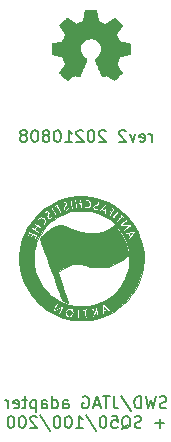
<source format=gbr>
%TF.GenerationSoftware,KiCad,Pcbnew,5.1.10*%
%TF.CreationDate,2021-08-08T15:42:29+02:00*%
%TF.ProjectId,debugconn,64656275-6763-46f6-9e6e-2e6b69636164,rev?*%
%TF.SameCoordinates,Original*%
%TF.FileFunction,Legend,Bot*%
%TF.FilePolarity,Positive*%
%FSLAX46Y46*%
G04 Gerber Fmt 4.6, Leading zero omitted, Abs format (unit mm)*
G04 Created by KiCad (PCBNEW 5.1.10) date 2021-08-08 15:42:29*
%MOMM*%
%LPD*%
G01*
G04 APERTURE LIST*
%ADD10C,0.150000*%
%ADD11C,0.010000*%
G04 APERTURE END LIST*
D10*
X162360714Y-95591761D02*
X162217857Y-95639380D01*
X161979761Y-95639380D01*
X161884523Y-95591761D01*
X161836904Y-95544142D01*
X161789285Y-95448904D01*
X161789285Y-95353666D01*
X161836904Y-95258428D01*
X161884523Y-95210809D01*
X161979761Y-95163190D01*
X162170238Y-95115571D01*
X162265476Y-95067952D01*
X162313095Y-95020333D01*
X162360714Y-94925095D01*
X162360714Y-94829857D01*
X162313095Y-94734619D01*
X162265476Y-94687000D01*
X162170238Y-94639380D01*
X161932142Y-94639380D01*
X161789285Y-94687000D01*
X161455952Y-94639380D02*
X161217857Y-95639380D01*
X161027380Y-94925095D01*
X160836904Y-95639380D01*
X160598809Y-94639380D01*
X160217857Y-95639380D02*
X160217857Y-94639380D01*
X159979761Y-94639380D01*
X159836904Y-94687000D01*
X159741666Y-94782238D01*
X159694047Y-94877476D01*
X159646428Y-95067952D01*
X159646428Y-95210809D01*
X159694047Y-95401285D01*
X159741666Y-95496523D01*
X159836904Y-95591761D01*
X159979761Y-95639380D01*
X160217857Y-95639380D01*
X158503571Y-94591761D02*
X159360714Y-95877476D01*
X157884523Y-94639380D02*
X157884523Y-95353666D01*
X157932142Y-95496523D01*
X158027380Y-95591761D01*
X158170238Y-95639380D01*
X158265476Y-95639380D01*
X157551190Y-94639380D02*
X156979761Y-94639380D01*
X157265476Y-95639380D02*
X157265476Y-94639380D01*
X156694047Y-95353666D02*
X156217857Y-95353666D01*
X156789285Y-95639380D02*
X156455952Y-94639380D01*
X156122619Y-95639380D01*
X155265476Y-94687000D02*
X155360714Y-94639380D01*
X155503571Y-94639380D01*
X155646428Y-94687000D01*
X155741666Y-94782238D01*
X155789285Y-94877476D01*
X155836904Y-95067952D01*
X155836904Y-95210809D01*
X155789285Y-95401285D01*
X155741666Y-95496523D01*
X155646428Y-95591761D01*
X155503571Y-95639380D01*
X155408333Y-95639380D01*
X155265476Y-95591761D01*
X155217857Y-95544142D01*
X155217857Y-95210809D01*
X155408333Y-95210809D01*
X153598809Y-95639380D02*
X153598809Y-95115571D01*
X153646428Y-95020333D01*
X153741666Y-94972714D01*
X153932142Y-94972714D01*
X154027380Y-95020333D01*
X153598809Y-95591761D02*
X153694047Y-95639380D01*
X153932142Y-95639380D01*
X154027380Y-95591761D01*
X154075000Y-95496523D01*
X154075000Y-95401285D01*
X154027380Y-95306047D01*
X153932142Y-95258428D01*
X153694047Y-95258428D01*
X153598809Y-95210809D01*
X152694047Y-95639380D02*
X152694047Y-94639380D01*
X152694047Y-95591761D02*
X152789285Y-95639380D01*
X152979761Y-95639380D01*
X153075000Y-95591761D01*
X153122619Y-95544142D01*
X153170238Y-95448904D01*
X153170238Y-95163190D01*
X153122619Y-95067952D01*
X153075000Y-95020333D01*
X152979761Y-94972714D01*
X152789285Y-94972714D01*
X152694047Y-95020333D01*
X151789285Y-95639380D02*
X151789285Y-95115571D01*
X151836904Y-95020333D01*
X151932142Y-94972714D01*
X152122619Y-94972714D01*
X152217857Y-95020333D01*
X151789285Y-95591761D02*
X151884523Y-95639380D01*
X152122619Y-95639380D01*
X152217857Y-95591761D01*
X152265476Y-95496523D01*
X152265476Y-95401285D01*
X152217857Y-95306047D01*
X152122619Y-95258428D01*
X151884523Y-95258428D01*
X151789285Y-95210809D01*
X151313095Y-94972714D02*
X151313095Y-95972714D01*
X151313095Y-95020333D02*
X151217857Y-94972714D01*
X151027380Y-94972714D01*
X150932142Y-95020333D01*
X150884523Y-95067952D01*
X150836904Y-95163190D01*
X150836904Y-95448904D01*
X150884523Y-95544142D01*
X150932142Y-95591761D01*
X151027380Y-95639380D01*
X151217857Y-95639380D01*
X151313095Y-95591761D01*
X150551190Y-94972714D02*
X150170238Y-94972714D01*
X150408333Y-94639380D02*
X150408333Y-95496523D01*
X150360714Y-95591761D01*
X150265476Y-95639380D01*
X150170238Y-95639380D01*
X149455952Y-95591761D02*
X149551190Y-95639380D01*
X149741666Y-95639380D01*
X149836904Y-95591761D01*
X149884523Y-95496523D01*
X149884523Y-95115571D01*
X149836904Y-95020333D01*
X149741666Y-94972714D01*
X149551190Y-94972714D01*
X149455952Y-95020333D01*
X149408333Y-95115571D01*
X149408333Y-95210809D01*
X149884523Y-95306047D01*
X148979761Y-95639380D02*
X148979761Y-94972714D01*
X148979761Y-95163190D02*
X148932142Y-95067952D01*
X148884523Y-95020333D01*
X148789285Y-94972714D01*
X148694047Y-94972714D01*
X162194047Y-96908428D02*
X161432142Y-96908428D01*
X161813095Y-97289380D02*
X161813095Y-96527476D01*
X160241666Y-97241761D02*
X160098809Y-97289380D01*
X159860714Y-97289380D01*
X159765476Y-97241761D01*
X159717857Y-97194142D01*
X159670238Y-97098904D01*
X159670238Y-97003666D01*
X159717857Y-96908428D01*
X159765476Y-96860809D01*
X159860714Y-96813190D01*
X160051190Y-96765571D01*
X160146428Y-96717952D01*
X160194047Y-96670333D01*
X160241666Y-96575095D01*
X160241666Y-96479857D01*
X160194047Y-96384619D01*
X160146428Y-96337000D01*
X160051190Y-96289380D01*
X159813095Y-96289380D01*
X159670238Y-96337000D01*
X158575000Y-97384619D02*
X158670238Y-97337000D01*
X158765476Y-97241761D01*
X158908333Y-97098904D01*
X159003571Y-97051285D01*
X159098809Y-97051285D01*
X159051190Y-97289380D02*
X159146428Y-97241761D01*
X159241666Y-97146523D01*
X159289285Y-96956047D01*
X159289285Y-96622714D01*
X159241666Y-96432238D01*
X159146428Y-96337000D01*
X159051190Y-96289380D01*
X158860714Y-96289380D01*
X158765476Y-96337000D01*
X158670238Y-96432238D01*
X158622619Y-96622714D01*
X158622619Y-96956047D01*
X158670238Y-97146523D01*
X158765476Y-97241761D01*
X158860714Y-97289380D01*
X159051190Y-97289380D01*
X157717857Y-96289380D02*
X158194047Y-96289380D01*
X158241666Y-96765571D01*
X158194047Y-96717952D01*
X158098809Y-96670333D01*
X157860714Y-96670333D01*
X157765476Y-96717952D01*
X157717857Y-96765571D01*
X157670238Y-96860809D01*
X157670238Y-97098904D01*
X157717857Y-97194142D01*
X157765476Y-97241761D01*
X157860714Y-97289380D01*
X158098809Y-97289380D01*
X158194047Y-97241761D01*
X158241666Y-97194142D01*
X157051190Y-96289380D02*
X156955952Y-96289380D01*
X156860714Y-96337000D01*
X156813095Y-96384619D01*
X156765476Y-96479857D01*
X156717857Y-96670333D01*
X156717857Y-96908428D01*
X156765476Y-97098904D01*
X156813095Y-97194142D01*
X156860714Y-97241761D01*
X156955952Y-97289380D01*
X157051190Y-97289380D01*
X157146428Y-97241761D01*
X157194047Y-97194142D01*
X157241666Y-97098904D01*
X157289285Y-96908428D01*
X157289285Y-96670333D01*
X157241666Y-96479857D01*
X157194047Y-96384619D01*
X157146428Y-96337000D01*
X157051190Y-96289380D01*
X155575000Y-96241761D02*
X156432142Y-97527476D01*
X154717857Y-97289380D02*
X155289285Y-97289380D01*
X155003571Y-97289380D02*
X155003571Y-96289380D01*
X155098809Y-96432238D01*
X155194047Y-96527476D01*
X155289285Y-96575095D01*
X154098809Y-96289380D02*
X154003571Y-96289380D01*
X153908333Y-96337000D01*
X153860714Y-96384619D01*
X153813095Y-96479857D01*
X153765476Y-96670333D01*
X153765476Y-96908428D01*
X153813095Y-97098904D01*
X153860714Y-97194142D01*
X153908333Y-97241761D01*
X154003571Y-97289380D01*
X154098809Y-97289380D01*
X154194047Y-97241761D01*
X154241666Y-97194142D01*
X154289285Y-97098904D01*
X154336904Y-96908428D01*
X154336904Y-96670333D01*
X154289285Y-96479857D01*
X154241666Y-96384619D01*
X154194047Y-96337000D01*
X154098809Y-96289380D01*
X153146428Y-96289380D02*
X153051190Y-96289380D01*
X152955952Y-96337000D01*
X152908333Y-96384619D01*
X152860714Y-96479857D01*
X152813095Y-96670333D01*
X152813095Y-96908428D01*
X152860714Y-97098904D01*
X152908333Y-97194142D01*
X152955952Y-97241761D01*
X153051190Y-97289380D01*
X153146428Y-97289380D01*
X153241666Y-97241761D01*
X153289285Y-97194142D01*
X153336904Y-97098904D01*
X153384523Y-96908428D01*
X153384523Y-96670333D01*
X153336904Y-96479857D01*
X153289285Y-96384619D01*
X153241666Y-96337000D01*
X153146428Y-96289380D01*
X151670238Y-96241761D02*
X152527380Y-97527476D01*
X151384523Y-96384619D02*
X151336904Y-96337000D01*
X151241666Y-96289380D01*
X151003571Y-96289380D01*
X150908333Y-96337000D01*
X150860714Y-96384619D01*
X150813095Y-96479857D01*
X150813095Y-96575095D01*
X150860714Y-96717952D01*
X151432142Y-97289380D01*
X150813095Y-97289380D01*
X150194047Y-96289380D02*
X150098809Y-96289380D01*
X150003571Y-96337000D01*
X149955952Y-96384619D01*
X149908333Y-96479857D01*
X149860714Y-96670333D01*
X149860714Y-96908428D01*
X149908333Y-97098904D01*
X149955952Y-97194142D01*
X150003571Y-97241761D01*
X150098809Y-97289380D01*
X150194047Y-97289380D01*
X150289285Y-97241761D01*
X150336904Y-97194142D01*
X150384523Y-97098904D01*
X150432142Y-96908428D01*
X150432142Y-96670333D01*
X150384523Y-96479857D01*
X150336904Y-96384619D01*
X150289285Y-96337000D01*
X150194047Y-96289380D01*
X149241666Y-96289380D02*
X149146428Y-96289380D01*
X149051190Y-96337000D01*
X149003571Y-96384619D01*
X148955952Y-96479857D01*
X148908333Y-96670333D01*
X148908333Y-96908428D01*
X148955952Y-97098904D01*
X149003571Y-97194142D01*
X149051190Y-97241761D01*
X149146428Y-97289380D01*
X149241666Y-97289380D01*
X149336904Y-97241761D01*
X149384523Y-97194142D01*
X149432142Y-97098904D01*
X149479761Y-96908428D01*
X149479761Y-96670333D01*
X149432142Y-96479857D01*
X149384523Y-96384619D01*
X149336904Y-96337000D01*
X149241666Y-96289380D01*
X161122619Y-73096380D02*
X161122619Y-72429714D01*
X161122619Y-72620190D02*
X161075000Y-72524952D01*
X161027380Y-72477333D01*
X160932142Y-72429714D01*
X160836904Y-72429714D01*
X160122619Y-73048761D02*
X160217857Y-73096380D01*
X160408333Y-73096380D01*
X160503571Y-73048761D01*
X160551190Y-72953523D01*
X160551190Y-72572571D01*
X160503571Y-72477333D01*
X160408333Y-72429714D01*
X160217857Y-72429714D01*
X160122619Y-72477333D01*
X160075000Y-72572571D01*
X160075000Y-72667809D01*
X160551190Y-72763047D01*
X159741666Y-72429714D02*
X159503571Y-73096380D01*
X159265476Y-72429714D01*
X158932142Y-72191619D02*
X158884523Y-72144000D01*
X158789285Y-72096380D01*
X158551190Y-72096380D01*
X158455952Y-72144000D01*
X158408333Y-72191619D01*
X158360714Y-72286857D01*
X158360714Y-72382095D01*
X158408333Y-72524952D01*
X158979761Y-73096380D01*
X158360714Y-73096380D01*
X157217857Y-72191619D02*
X157170238Y-72144000D01*
X157075000Y-72096380D01*
X156836904Y-72096380D01*
X156741666Y-72144000D01*
X156694047Y-72191619D01*
X156646428Y-72286857D01*
X156646428Y-72382095D01*
X156694047Y-72524952D01*
X157265476Y-73096380D01*
X156646428Y-73096380D01*
X156027380Y-72096380D02*
X155932142Y-72096380D01*
X155836904Y-72144000D01*
X155789285Y-72191619D01*
X155741666Y-72286857D01*
X155694047Y-72477333D01*
X155694047Y-72715428D01*
X155741666Y-72905904D01*
X155789285Y-73001142D01*
X155836904Y-73048761D01*
X155932142Y-73096380D01*
X156027380Y-73096380D01*
X156122619Y-73048761D01*
X156170238Y-73001142D01*
X156217857Y-72905904D01*
X156265476Y-72715428D01*
X156265476Y-72477333D01*
X156217857Y-72286857D01*
X156170238Y-72191619D01*
X156122619Y-72144000D01*
X156027380Y-72096380D01*
X155313095Y-72191619D02*
X155265476Y-72144000D01*
X155170238Y-72096380D01*
X154932142Y-72096380D01*
X154836904Y-72144000D01*
X154789285Y-72191619D01*
X154741666Y-72286857D01*
X154741666Y-72382095D01*
X154789285Y-72524952D01*
X155360714Y-73096380D01*
X154741666Y-73096380D01*
X153789285Y-73096380D02*
X154360714Y-73096380D01*
X154075000Y-73096380D02*
X154075000Y-72096380D01*
X154170238Y-72239238D01*
X154265476Y-72334476D01*
X154360714Y-72382095D01*
X153170238Y-72096380D02*
X153075000Y-72096380D01*
X152979761Y-72144000D01*
X152932142Y-72191619D01*
X152884523Y-72286857D01*
X152836904Y-72477333D01*
X152836904Y-72715428D01*
X152884523Y-72905904D01*
X152932142Y-73001142D01*
X152979761Y-73048761D01*
X153075000Y-73096380D01*
X153170238Y-73096380D01*
X153265476Y-73048761D01*
X153313095Y-73001142D01*
X153360714Y-72905904D01*
X153408333Y-72715428D01*
X153408333Y-72477333D01*
X153360714Y-72286857D01*
X153313095Y-72191619D01*
X153265476Y-72144000D01*
X153170238Y-72096380D01*
X152265476Y-72524952D02*
X152360714Y-72477333D01*
X152408333Y-72429714D01*
X152455952Y-72334476D01*
X152455952Y-72286857D01*
X152408333Y-72191619D01*
X152360714Y-72144000D01*
X152265476Y-72096380D01*
X152075000Y-72096380D01*
X151979761Y-72144000D01*
X151932142Y-72191619D01*
X151884523Y-72286857D01*
X151884523Y-72334476D01*
X151932142Y-72429714D01*
X151979761Y-72477333D01*
X152075000Y-72524952D01*
X152265476Y-72524952D01*
X152360714Y-72572571D01*
X152408333Y-72620190D01*
X152455952Y-72715428D01*
X152455952Y-72905904D01*
X152408333Y-73001142D01*
X152360714Y-73048761D01*
X152265476Y-73096380D01*
X152075000Y-73096380D01*
X151979761Y-73048761D01*
X151932142Y-73001142D01*
X151884523Y-72905904D01*
X151884523Y-72715428D01*
X151932142Y-72620190D01*
X151979761Y-72572571D01*
X152075000Y-72524952D01*
X151265476Y-72096380D02*
X151170238Y-72096380D01*
X151075000Y-72144000D01*
X151027380Y-72191619D01*
X150979761Y-72286857D01*
X150932142Y-72477333D01*
X150932142Y-72715428D01*
X150979761Y-72905904D01*
X151027380Y-73001142D01*
X151075000Y-73048761D01*
X151170238Y-73096380D01*
X151265476Y-73096380D01*
X151360714Y-73048761D01*
X151408333Y-73001142D01*
X151455952Y-72905904D01*
X151503571Y-72715428D01*
X151503571Y-72477333D01*
X151455952Y-72286857D01*
X151408333Y-72191619D01*
X151360714Y-72144000D01*
X151265476Y-72096380D01*
X150360714Y-72524952D02*
X150455952Y-72477333D01*
X150503571Y-72429714D01*
X150551190Y-72334476D01*
X150551190Y-72286857D01*
X150503571Y-72191619D01*
X150455952Y-72144000D01*
X150360714Y-72096380D01*
X150170238Y-72096380D01*
X150075000Y-72144000D01*
X150027380Y-72191619D01*
X149979761Y-72286857D01*
X149979761Y-72334476D01*
X150027380Y-72429714D01*
X150075000Y-72477333D01*
X150170238Y-72524952D01*
X150360714Y-72524952D01*
X150455952Y-72572571D01*
X150503571Y-72620190D01*
X150551190Y-72715428D01*
X150551190Y-72905904D01*
X150503571Y-73001142D01*
X150455952Y-73048761D01*
X150360714Y-73096380D01*
X150170238Y-73096380D01*
X150075000Y-73048761D01*
X150027380Y-73001142D01*
X149979761Y-72905904D01*
X149979761Y-72715428D01*
X150027380Y-72620190D01*
X150075000Y-72572571D01*
X150170238Y-72524952D01*
D11*
%TO.C,G1*%
G36*
X154822736Y-77696002D02*
G01*
X154295880Y-77756032D01*
X153795197Y-77863447D01*
X153306111Y-78022355D01*
X152833248Y-78232688D01*
X152381208Y-78490635D01*
X151954596Y-78792385D01*
X151558012Y-79134127D01*
X151196061Y-79512051D01*
X150873343Y-79922345D01*
X150594463Y-80361199D01*
X150452876Y-80630889D01*
X150238656Y-81134663D01*
X150078788Y-81649036D01*
X149972952Y-82170574D01*
X149920830Y-82695839D01*
X149922102Y-83221398D01*
X149976447Y-83743815D01*
X150083547Y-84259653D01*
X150243082Y-84765478D01*
X150454733Y-85257854D01*
X150718179Y-85733346D01*
X150960840Y-86092236D01*
X151085485Y-86248264D01*
X151244185Y-86426082D01*
X151425330Y-86614305D01*
X151617310Y-86801549D01*
X151808512Y-86976430D01*
X151987327Y-87127564D01*
X152117947Y-87226764D01*
X152578510Y-87520610D01*
X153056688Y-87762462D01*
X153557267Y-87954327D01*
X154085035Y-88098217D01*
X154296221Y-88141200D01*
X154455240Y-88163324D01*
X154656230Y-88180117D01*
X154884950Y-88191369D01*
X155127160Y-88196874D01*
X155368618Y-88196422D01*
X155595085Y-88189806D01*
X155792320Y-88176817D01*
X155899556Y-88164653D01*
X156425490Y-88062764D01*
X156931759Y-87910091D01*
X157280710Y-87765396D01*
X156603280Y-87765396D01*
X156602572Y-87767793D01*
X156569339Y-87783441D01*
X156529776Y-87797007D01*
X156492097Y-87803578D01*
X156466520Y-87788423D01*
X156447093Y-87741339D01*
X156427861Y-87652127D01*
X156420077Y-87609080D01*
X156403294Y-87545103D01*
X156384630Y-87516260D01*
X156379904Y-87516758D01*
X156359527Y-87548321D01*
X156327716Y-87617429D01*
X156295486Y-87698366D01*
X156250371Y-87802448D01*
X156208439Y-87859892D01*
X156171876Y-87878567D01*
X156086021Y-87892820D01*
X156046096Y-87892236D01*
X156040667Y-87885563D01*
X156051583Y-87855894D01*
X156080676Y-87787700D01*
X156122467Y-87693704D01*
X156139445Y-87656262D01*
X156184333Y-87557095D01*
X156218558Y-87480218D01*
X156236684Y-87437890D01*
X156238222Y-87433450D01*
X156217642Y-87414612D01*
X156163080Y-87370109D01*
X156085300Y-87308677D01*
X156065003Y-87292874D01*
X156002913Y-87242138D01*
X155682071Y-87242138D01*
X155681393Y-87291467D01*
X155644623Y-87316831D01*
X155610980Y-87325059D01*
X155552975Y-87343833D01*
X155537183Y-87379095D01*
X155542069Y-87415953D01*
X155551149Y-87477883D01*
X155562320Y-87577723D01*
X155573585Y-87697086D01*
X155576886Y-87736438D01*
X155596873Y-87982778D01*
X155525496Y-87982778D01*
X155463307Y-87964815D01*
X155438599Y-87919278D01*
X155429306Y-87862679D01*
X155418077Y-87767248D01*
X155406890Y-87650461D01*
X155403436Y-87608833D01*
X155383794Y-87361889D01*
X155303008Y-87361889D01*
X155244307Y-87353402D01*
X155223660Y-87317983D01*
X155222222Y-87291333D01*
X155234324Y-87237753D01*
X155255676Y-87220778D01*
X154940000Y-87220778D01*
X154940000Y-88011000D01*
X154762089Y-88011000D01*
X154780489Y-87710276D01*
X154788237Y-87574821D01*
X154792538Y-87487837D01*
X154503809Y-87487837D01*
X154485600Y-87626117D01*
X154464302Y-87683794D01*
X154382566Y-87806907D01*
X154270655Y-87888965D01*
X154139700Y-87925911D01*
X154000827Y-87913687D01*
X153920381Y-87882128D01*
X153848526Y-87820517D01*
X153784439Y-87724352D01*
X153740153Y-87615364D01*
X153727064Y-87533077D01*
X153750646Y-87414124D01*
X153815173Y-87296168D01*
X153908262Y-87198696D01*
X153961783Y-87163662D01*
X154093566Y-87120160D01*
X154218395Y-87125630D01*
X154329051Y-87172604D01*
X154418317Y-87253610D01*
X154478976Y-87361178D01*
X154503809Y-87487837D01*
X154792538Y-87487837D01*
X154794374Y-87450713D01*
X154798115Y-87354847D01*
X154798889Y-87315165D01*
X154804758Y-87250280D01*
X154830742Y-87224526D01*
X154869445Y-87220778D01*
X154940000Y-87220778D01*
X155255676Y-87220778D01*
X155257500Y-87219328D01*
X155302231Y-87215618D01*
X155384709Y-87207332D01*
X155481100Y-87196922D01*
X155581311Y-87186847D01*
X155638835Y-87186663D01*
X155667007Y-87199370D01*
X155679162Y-87227970D01*
X155682071Y-87242138D01*
X156002913Y-87242138D01*
X155976380Y-87220457D01*
X155930361Y-87172578D01*
X155922001Y-87143359D01*
X155930948Y-87133555D01*
X155997483Y-87110352D01*
X156071079Y-87126869D01*
X156161673Y-87186304D01*
X156202976Y-87221120D01*
X156272255Y-87278830D01*
X156323366Y-87315310D01*
X156343217Y-87322746D01*
X156343700Y-87290975D01*
X156331122Y-87224962D01*
X156323481Y-87194753D01*
X156305214Y-87100104D01*
X156316355Y-87046513D01*
X156360335Y-87024925D01*
X156388480Y-87023222D01*
X156414738Y-87027587D01*
X156436302Y-87046433D01*
X156456556Y-87088382D01*
X156478880Y-87162060D01*
X156506658Y-87276091D01*
X156532441Y-87390299D01*
X156561732Y-87526317D01*
X156584598Y-87641147D01*
X156599095Y-87724327D01*
X156603280Y-87765396D01*
X157280710Y-87765396D01*
X157415523Y-87709495D01*
X157873942Y-87463839D01*
X158023298Y-87363910D01*
X157592889Y-87363910D01*
X157570315Y-87386934D01*
X157525043Y-87411964D01*
X157465912Y-87427400D01*
X157419449Y-87400566D01*
X157407780Y-87388271D01*
X157358688Y-87346576D01*
X157305189Y-87337557D01*
X157229895Y-87360663D01*
X157184624Y-87381227D01*
X157117336Y-87421495D01*
X157089328Y-87468753D01*
X157084889Y-87520269D01*
X157076971Y-87585352D01*
X157043040Y-87620314D01*
X156968590Y-87640837D01*
X156956529Y-87617182D01*
X156943235Y-87552527D01*
X156933976Y-87481833D01*
X156925311Y-87374797D01*
X156917758Y-87237434D01*
X156912696Y-87095861D01*
X156912055Y-87066807D01*
X156911663Y-86931889D01*
X156919642Y-86839454D01*
X156940777Y-86789307D01*
X156979850Y-86781255D01*
X157041645Y-86815104D01*
X157130945Y-86890659D01*
X157252535Y-87007727D01*
X157296335Y-87051224D01*
X157400386Y-87156016D01*
X157488479Y-87246825D01*
X157553599Y-87316254D01*
X157588731Y-87356905D01*
X157592889Y-87363910D01*
X158023298Y-87363910D01*
X158304177Y-87175985D01*
X158703389Y-86848795D01*
X159068737Y-86485132D01*
X159397383Y-86087857D01*
X159686487Y-85659833D01*
X159933209Y-85203922D01*
X160134710Y-84722986D01*
X160288150Y-84219888D01*
X160390691Y-83697489D01*
X160400167Y-83628054D01*
X160442593Y-83087599D01*
X160439305Y-82945111D01*
X159215258Y-82945111D01*
X159213998Y-83165682D01*
X159209737Y-83341003D01*
X159201746Y-83482224D01*
X159189300Y-83600493D01*
X159171672Y-83706959D01*
X159162854Y-83749444D01*
X159032636Y-84222786D01*
X158853541Y-84670212D01*
X158622752Y-85098367D01*
X158529026Y-85245222D01*
X158410700Y-85404921D01*
X158257897Y-85583820D01*
X158082780Y-85769762D01*
X157897512Y-85950591D01*
X157714256Y-86114148D01*
X157545173Y-86248278D01*
X157480000Y-86293782D01*
X157058325Y-86541468D01*
X156618940Y-86738499D01*
X156166796Y-86882992D01*
X155706843Y-86973064D01*
X155687889Y-86975569D01*
X155583995Y-86983939D01*
X155439063Y-86988861D01*
X155268388Y-86990495D01*
X155087260Y-86988997D01*
X154910973Y-86984525D01*
X154754819Y-86977236D01*
X154705379Y-86973163D01*
X153641698Y-86973163D01*
X153640832Y-87001345D01*
X153623277Y-87051586D01*
X153586594Y-87131862D01*
X153528348Y-87250150D01*
X153485704Y-87335366D01*
X153412447Y-87479996D01*
X153358224Y-87579867D01*
X153317302Y-87640944D01*
X153283949Y-87669190D01*
X153252433Y-87670566D01*
X153217023Y-87651038D01*
X153196828Y-87635888D01*
X153184758Y-87610129D01*
X153195517Y-87561612D01*
X153232111Y-87481268D01*
X153274439Y-87401723D01*
X153326360Y-87305521D01*
X153365768Y-87229459D01*
X153386259Y-87186015D01*
X153387778Y-87180913D01*
X153364169Y-87186760D01*
X153299995Y-87213375D01*
X153205232Y-87256395D01*
X153097180Y-87307899D01*
X152939580Y-87379578D01*
X152825403Y-87419679D01*
X152751686Y-87428777D01*
X152715461Y-87407448D01*
X152710445Y-87383078D01*
X152722968Y-87348453D01*
X152757251Y-87274295D01*
X152808357Y-87170802D01*
X152871353Y-87048176D01*
X152885467Y-87021260D01*
X152957008Y-86886829D01*
X153008535Y-86795662D01*
X153045512Y-86740657D01*
X153073403Y-86714713D01*
X153097674Y-86710728D01*
X153118300Y-86718652D01*
X153167105Y-86745039D01*
X153184950Y-86756013D01*
X153177064Y-86782645D01*
X153148549Y-86847863D01*
X153104617Y-86940074D01*
X153078523Y-86992635D01*
X152963256Y-87221889D01*
X153249795Y-87078097D01*
X153398856Y-87006982D01*
X153506294Y-86964668D01*
X153577765Y-86949119D01*
X153603107Y-86951064D01*
X153628310Y-86959061D01*
X153641698Y-86973163D01*
X154705379Y-86973163D01*
X154634089Y-86967290D01*
X154611696Y-86964470D01*
X154157030Y-86873549D01*
X153719245Y-86731452D01*
X153302326Y-86541494D01*
X152910258Y-86306991D01*
X152547027Y-86031259D01*
X152216617Y-85717613D01*
X151923013Y-85369369D01*
X151670201Y-84989843D01*
X151462166Y-84582350D01*
X151328922Y-84233152D01*
X151266864Y-84034265D01*
X151220105Y-83859369D01*
X151186615Y-83694278D01*
X151164363Y-83524805D01*
X151151318Y-83336766D01*
X151145449Y-83115974D01*
X151144520Y-82945111D01*
X151145780Y-82724540D01*
X151150041Y-82549219D01*
X151158032Y-82407998D01*
X151170478Y-82289729D01*
X151188106Y-82183263D01*
X151196925Y-82140778D01*
X151323377Y-81675044D01*
X151492759Y-81243940D01*
X151649651Y-80950998D01*
X151387652Y-80950998D01*
X151385808Y-80984063D01*
X151363948Y-81053005D01*
X151326792Y-81142964D01*
X151326376Y-81143884D01*
X151281039Y-81237560D01*
X151246797Y-81288159D01*
X151215118Y-81305527D01*
X151188668Y-81302870D01*
X151141780Y-81281999D01*
X151130000Y-81266044D01*
X151140025Y-81228203D01*
X151164863Y-81161456D01*
X151172304Y-81143312D01*
X151197356Y-81076335D01*
X151196678Y-81040911D01*
X151168429Y-81017450D01*
X151160048Y-81012866D01*
X151085549Y-80986392D01*
X151031177Y-81005442D01*
X150984055Y-81075062D01*
X150979992Y-81083430D01*
X150945206Y-81146371D01*
X150914881Y-81166001D01*
X150875987Y-81152993D01*
X150837449Y-81131433D01*
X150823928Y-81109932D01*
X150833693Y-81070371D01*
X150861637Y-81002734D01*
X150883600Y-80936064D01*
X150886111Y-80894978D01*
X150882804Y-80890750D01*
X150812391Y-80861582D01*
X150764074Y-80871977D01*
X150721237Y-80928149D01*
X150705920Y-80956908D01*
X150667253Y-81025142D01*
X150636788Y-81050875D01*
X150600989Y-81043696D01*
X150590741Y-81038485D01*
X150551091Y-81002320D01*
X150546763Y-80974447D01*
X150607683Y-80830297D01*
X150651322Y-80732173D01*
X150680850Y-80673490D01*
X150699434Y-80647662D01*
X150705278Y-80645000D01*
X150738765Y-80656076D01*
X150811160Y-80685660D01*
X150910270Y-80728285D01*
X151023902Y-80778483D01*
X151139863Y-80830786D01*
X151245962Y-80879727D01*
X151330006Y-80919838D01*
X151379803Y-80945653D01*
X151387652Y-80950998D01*
X151649651Y-80950998D01*
X151707752Y-80842516D01*
X151971040Y-80465825D01*
X152122816Y-80293456D01*
X151802565Y-80293456D01*
X151800247Y-80322472D01*
X151774481Y-80368604D01*
X151740797Y-80408143D01*
X151720177Y-80419222D01*
X151680919Y-80404460D01*
X151616107Y-80367328D01*
X151587618Y-80348667D01*
X151517134Y-80305490D01*
X151462978Y-80280553D01*
X151450792Y-80278111D01*
X151422396Y-80298464D01*
X151381335Y-80347622D01*
X151339899Y-80407730D01*
X151310379Y-80460935D01*
X151305066Y-80489383D01*
X151305242Y-80489537D01*
X151331875Y-80506885D01*
X151391383Y-80544124D01*
X151440445Y-80574444D01*
X151513409Y-80619717D01*
X151563650Y-80651591D01*
X151576787Y-80660491D01*
X151574181Y-80689037D01*
X151549038Y-80735290D01*
X151516649Y-80775064D01*
X151497372Y-80786111D01*
X151464490Y-80771946D01*
X151394549Y-80733464D01*
X151298092Y-80676683D01*
X151194976Y-80613447D01*
X151058732Y-80528037D01*
X150964064Y-80466366D01*
X150904659Y-80422298D01*
X150874204Y-80389695D01*
X150866385Y-80362423D01*
X150874888Y-80334345D01*
X150885971Y-80313134D01*
X150920592Y-80249380D01*
X151052626Y-80333114D01*
X151184661Y-80416848D01*
X151254115Y-80300378D01*
X151323570Y-80183908D01*
X151197573Y-80104003D01*
X151124930Y-80054383D01*
X151093208Y-80018986D01*
X151093616Y-79985299D01*
X151101781Y-79967660D01*
X151135990Y-79923026D01*
X151158465Y-79911222D01*
X151187929Y-79924893D01*
X151254208Y-79961450D01*
X151346039Y-80014208D01*
X151452157Y-80076484D01*
X151561300Y-80141592D01*
X151662203Y-80202848D01*
X151743602Y-80253569D01*
X151794235Y-80287070D01*
X151802565Y-80293456D01*
X152122816Y-80293456D01*
X152285306Y-80108920D01*
X152315243Y-80078545D01*
X152626490Y-79796449D01*
X152174222Y-79796449D01*
X152152483Y-79905127D01*
X152096383Y-80016409D01*
X152019597Y-80103262D01*
X152018614Y-80104039D01*
X151954855Y-80150122D01*
X151912424Y-80158967D01*
X151869266Y-80129445D01*
X151835556Y-80094667D01*
X151769272Y-80024111D01*
X151830636Y-80024111D01*
X151896083Y-80004791D01*
X151948445Y-79967667D01*
X151997449Y-79883278D01*
X152000736Y-79785685D01*
X151962007Y-79688959D01*
X151884959Y-79607173D01*
X151847436Y-79583492D01*
X151740172Y-79551328D01*
X151645004Y-79572731D01*
X151569351Y-79645469D01*
X151554207Y-79671706D01*
X151522617Y-79732592D01*
X151503832Y-79767430D01*
X151503161Y-79768543D01*
X151480448Y-79760007D01*
X151436336Y-79722091D01*
X151434368Y-79720133D01*
X151394038Y-79671337D01*
X151392946Y-79628121D01*
X151412973Y-79585264D01*
X151497718Y-79481615D01*
X151612145Y-79418077D01*
X151743769Y-79397238D01*
X151880106Y-79421685D01*
X151974369Y-79468907D01*
X152067539Y-79553552D01*
X152137767Y-79660835D01*
X152172535Y-79770244D01*
X152174222Y-79796449D01*
X152626490Y-79796449D01*
X152661679Y-79764556D01*
X153028872Y-79500204D01*
X153266502Y-79368720D01*
X152710445Y-79368720D01*
X152684626Y-79476000D01*
X152616009Y-79563197D01*
X152517855Y-79616823D01*
X152456445Y-79627105D01*
X152405572Y-79614270D01*
X152335353Y-79580534D01*
X152323146Y-79573325D01*
X152239892Y-79494510D01*
X152207761Y-79394433D01*
X152228920Y-79279926D01*
X152229585Y-79278300D01*
X152260361Y-79189249D01*
X152279787Y-79111515D01*
X152284481Y-79055471D01*
X152262039Y-79038391D01*
X152227877Y-79040959D01*
X152163162Y-79072247D01*
X152132007Y-79109904D01*
X152097930Y-79151598D01*
X152046405Y-79148448D01*
X152037005Y-79145139D01*
X151971521Y-79120915D01*
X152024907Y-79029235D01*
X152103740Y-78935860D01*
X152197305Y-78888228D01*
X152294006Y-78886796D01*
X152382251Y-78932022D01*
X152444710Y-79012707D01*
X152467701Y-79066696D01*
X152469236Y-79115399D01*
X152447634Y-79181282D01*
X152428824Y-79224991D01*
X152390149Y-79338825D01*
X152391069Y-79414814D01*
X152431327Y-79451819D01*
X152480034Y-79454252D01*
X152538971Y-79433494D01*
X152562753Y-79378470D01*
X152564153Y-79367944D01*
X152582349Y-79309609D01*
X152628224Y-79290749D01*
X152641764Y-79290333D01*
X152692310Y-79300877D01*
X152709555Y-79343696D01*
X152710445Y-79368720D01*
X153266502Y-79368720D01*
X153421760Y-79282814D01*
X153532448Y-79237573D01*
X153033025Y-79237573D01*
X153026229Y-79261546D01*
X153006691Y-79279775D01*
X153006389Y-79279997D01*
X152957214Y-79310419D01*
X152934116Y-79318555D01*
X152913773Y-79295390D01*
X152871673Y-79231905D01*
X152813479Y-79137118D01*
X152744852Y-79020047D01*
X152726338Y-78987667D01*
X152650950Y-78853819D01*
X152600999Y-78760143D01*
X152573278Y-78698174D01*
X152564581Y-78659449D01*
X152571700Y-78635502D01*
X152587333Y-78620778D01*
X152635758Y-78591625D01*
X152657184Y-78584778D01*
X152678142Y-78607833D01*
X152721147Y-78671005D01*
X152780412Y-78765305D01*
X152850154Y-78881743D01*
X152868462Y-78913108D01*
X152944799Y-79045625D01*
X152995527Y-79138170D01*
X153023863Y-79199300D01*
X153033025Y-79237573D01*
X153532448Y-79237573D01*
X153845282Y-79109710D01*
X154054736Y-79049718D01*
X153438435Y-79049718D01*
X153382741Y-79082908D01*
X153328468Y-79101175D01*
X153301149Y-79098076D01*
X153283703Y-79065658D01*
X153249066Y-78993133D01*
X153202678Y-78892100D01*
X153162417Y-78802275D01*
X153097982Y-78664956D01*
X153049102Y-78579057D01*
X153014306Y-78542181D01*
X153002102Y-78541219D01*
X152940282Y-78566363D01*
X152924661Y-78572708D01*
X152885053Y-78563561D01*
X152865640Y-78528247D01*
X152854209Y-78477135D01*
X152856034Y-78458707D01*
X152884565Y-78443649D01*
X152951339Y-78411898D01*
X153043050Y-78369753D01*
X153062722Y-78360853D01*
X153163085Y-78316720D01*
X153225151Y-78294610D01*
X153261648Y-78292418D01*
X153285305Y-78308040D01*
X153296527Y-78322188D01*
X153317962Y-78366947D01*
X153293778Y-78401135D01*
X153285970Y-78407039D01*
X153235234Y-78439603D01*
X153213123Y-78450144D01*
X153213667Y-78477560D01*
X153234403Y-78545612D01*
X153271686Y-78643768D01*
X153317170Y-78750931D01*
X153367900Y-78867436D01*
X153407796Y-78963087D01*
X153432588Y-79027365D01*
X153438435Y-79049718D01*
X154054736Y-79049718D01*
X154304376Y-78978216D01*
X154375556Y-78962146D01*
X154531754Y-78937241D01*
X154729726Y-78919574D01*
X154955266Y-78909145D01*
X155194168Y-78905955D01*
X155432229Y-78910004D01*
X155655243Y-78921290D01*
X155849004Y-78939816D01*
X155984222Y-78962146D01*
X156450474Y-79088739D01*
X156881866Y-79258188D01*
X157282995Y-79472989D01*
X157658460Y-79735636D01*
X158012859Y-80048624D01*
X158044765Y-80080235D01*
X158360027Y-80429049D01*
X158624609Y-80796031D01*
X158841610Y-81186892D01*
X159014128Y-81607339D01*
X159145261Y-82063082D01*
X159162854Y-82140778D01*
X159182797Y-82245633D01*
X159197263Y-82357756D01*
X159206978Y-82488297D01*
X159212668Y-82648404D01*
X159215061Y-82849225D01*
X159215258Y-82945111D01*
X160439305Y-82945111D01*
X160430271Y-82553730D01*
X160364799Y-82029703D01*
X160247776Y-81518772D01*
X160080798Y-81024190D01*
X159925739Y-80682164D01*
X159708794Y-80682164D01*
X159698912Y-80736230D01*
X159644480Y-80819031D01*
X159547306Y-80934688D01*
X159436282Y-81057710D01*
X159328617Y-81174546D01*
X159251901Y-81254273D01*
X159199677Y-81302053D01*
X159165489Y-81323047D01*
X159142881Y-81322418D01*
X159125837Y-81305934D01*
X159095726Y-81251225D01*
X159088667Y-81222535D01*
X159107826Y-81180724D01*
X159144679Y-81139280D01*
X159177984Y-81105608D01*
X159185226Y-81074870D01*
X159165759Y-81027265D01*
X159139482Y-80979684D01*
X159092703Y-80909151D01*
X159045569Y-80877547D01*
X158985685Y-80870778D01*
X158903553Y-80854827D01*
X158861595Y-80811916D01*
X158843876Y-80759696D01*
X158848170Y-80734979D01*
X158881306Y-80725446D01*
X158960018Y-80711584D01*
X159073753Y-80695009D01*
X159211956Y-80677336D01*
X159266734Y-80670894D01*
X159453098Y-80651200D01*
X159587693Y-80643768D01*
X159672323Y-80652716D01*
X159708794Y-80682164D01*
X159925739Y-80682164D01*
X159865464Y-80549211D01*
X159615588Y-80118163D01*
X159368770Y-80118163D01*
X159332618Y-80172276D01*
X159248584Y-80250190D01*
X159117917Y-80356584D01*
X159096922Y-80373266D01*
X158985191Y-80461145D01*
X158889561Y-80534881D01*
X158818502Y-80588053D01*
X158780488Y-80614240D01*
X158776811Y-80615874D01*
X158746040Y-80599404D01*
X158727422Y-80582911D01*
X158700755Y-80545357D01*
X158702997Y-80506133D01*
X158739232Y-80457113D01*
X158814543Y-80390172D01*
X158880721Y-80337934D01*
X159067887Y-80193444D01*
X158743066Y-80193444D01*
X158594910Y-80191903D01*
X158493476Y-80186501D01*
X158429103Y-80176066D01*
X158392133Y-80159429D01*
X158381936Y-80149695D01*
X158360317Y-80107202D01*
X158385536Y-80069749D01*
X158440659Y-80022975D01*
X158521658Y-79958132D01*
X158618132Y-79883087D01*
X158719683Y-79805706D01*
X158815913Y-79733855D01*
X158896422Y-79675400D01*
X158950811Y-79638208D01*
X158968181Y-79629000D01*
X158998789Y-79650173D01*
X159025395Y-79684999D01*
X159038411Y-79715447D01*
X159030983Y-79746131D01*
X158996057Y-79786405D01*
X158926582Y-79845621D01*
X158871146Y-79889610D01*
X158681925Y-80038222D01*
X159009564Y-80046150D01*
X159177436Y-80051845D01*
X159292429Y-80062626D01*
X159355790Y-80083173D01*
X159368770Y-80118163D01*
X159615588Y-80118163D01*
X159603372Y-80097090D01*
X159296120Y-79671080D01*
X159098967Y-79448171D01*
X158781911Y-79448171D01*
X158773836Y-79475237D01*
X158758891Y-79493657D01*
X158720722Y-79528119D01*
X158688141Y-79520839D01*
X158659465Y-79496688D01*
X158634035Y-79477660D01*
X158607844Y-79474759D01*
X158572218Y-79493412D01*
X158518485Y-79539043D01*
X158437972Y-79617075D01*
X158389106Y-79665793D01*
X158299573Y-79753856D01*
X158224680Y-79824767D01*
X158173275Y-79870321D01*
X158154880Y-79883000D01*
X158124975Y-79864456D01*
X158091874Y-79832187D01*
X158073930Y-79807026D01*
X158072981Y-79780072D01*
X158094567Y-79742583D01*
X158144224Y-79685820D01*
X158227493Y-79601040D01*
X158256834Y-79571838D01*
X158343981Y-79482349D01*
X158413601Y-79405295D01*
X158457221Y-79350400D01*
X158467778Y-79329773D01*
X158448128Y-79286195D01*
X158424733Y-79261520D01*
X158397466Y-79229663D01*
X158410201Y-79195610D01*
X158429987Y-79172425D01*
X158455787Y-79148127D01*
X158481546Y-79143599D01*
X158517753Y-79164209D01*
X158574898Y-79215325D01*
X158641726Y-79280789D01*
X158721643Y-79361461D01*
X158766443Y-79413750D01*
X158781911Y-79448171D01*
X159098967Y-79448171D01*
X158945306Y-79274436D01*
X158642858Y-78994128D01*
X158280109Y-78994128D01*
X158272456Y-79026308D01*
X158243927Y-79075173D01*
X158190369Y-79149046D01*
X158107628Y-79256248D01*
X158072135Y-79301737D01*
X157984961Y-79411630D01*
X157909551Y-79503354D01*
X157852859Y-79568699D01*
X157821836Y-79599455D01*
X157818945Y-79600778D01*
X157786811Y-79582025D01*
X157755290Y-79551389D01*
X157740236Y-79528491D01*
X157739152Y-79500788D01*
X157756446Y-79460338D01*
X157796521Y-79399197D01*
X157863784Y-79309423D01*
X157952312Y-79196179D01*
X158048321Y-79074803D01*
X158116110Y-78992151D01*
X158162374Y-78942597D01*
X158193809Y-78920514D01*
X158217110Y-78920278D01*
X158238972Y-78936261D01*
X158249405Y-78946528D01*
X158271041Y-78970309D01*
X158280109Y-78994128D01*
X158642858Y-78994128D01*
X158552528Y-78910411D01*
X158347192Y-78754848D01*
X157988243Y-78754848D01*
X157913202Y-78874424D01*
X157861047Y-78955766D01*
X157790667Y-79063233D01*
X157715554Y-79176260D01*
X157700290Y-79199002D01*
X157632184Y-79297519D01*
X157585372Y-79355631D01*
X157551475Y-79380949D01*
X157522111Y-79381082D01*
X157507098Y-79374398D01*
X157462972Y-79339142D01*
X157451778Y-79315592D01*
X157466726Y-79277365D01*
X157505026Y-79211111D01*
X157536628Y-79163067D01*
X157621478Y-79039741D01*
X157536628Y-78989619D01*
X157471531Y-78941321D01*
X157454958Y-78894818D01*
X157477562Y-78841757D01*
X157502171Y-78821182D01*
X157542685Y-78830345D01*
X157599620Y-78862439D01*
X157696759Y-78922474D01*
X157735604Y-78849891D01*
X157759343Y-78795097D01*
X157750444Y-78765647D01*
X157733058Y-78753531D01*
X157677654Y-78717684D01*
X157635222Y-78687213D01*
X157596783Y-78652031D01*
X157603049Y-78621924D01*
X157626934Y-78595799D01*
X157655798Y-78571792D01*
X157686700Y-78568077D01*
X157733406Y-78588357D01*
X157809684Y-78636336D01*
X157831666Y-78650887D01*
X157988243Y-78754848D01*
X158347192Y-78754848D01*
X158119383Y-78582260D01*
X157918286Y-78453800D01*
X157276735Y-78453800D01*
X157274741Y-78596022D01*
X157267749Y-78751123D01*
X157259845Y-78898359D01*
X157251706Y-79025182D01*
X157244110Y-79121066D01*
X157237836Y-79175487D01*
X157235789Y-79183436D01*
X157204850Y-79187994D01*
X157154437Y-79171850D01*
X157101792Y-79130769D01*
X157085056Y-79061481D01*
X157084889Y-79050200D01*
X157077418Y-78989321D01*
X157045331Y-78948705D01*
X156974115Y-78910290D01*
X156971545Y-78909128D01*
X156899669Y-78878898D01*
X156856802Y-78873404D01*
X156820770Y-78893585D01*
X156795156Y-78916596D01*
X156741204Y-78955667D01*
X156688753Y-78955215D01*
X156653691Y-78942254D01*
X156575270Y-78909333D01*
X156881121Y-78604757D01*
X157018957Y-78468890D01*
X157121798Y-78374946D01*
X157194321Y-78324694D01*
X157241201Y-78319906D01*
X157267114Y-78362352D01*
X157276735Y-78453800D01*
X157918286Y-78453800D01*
X157832172Y-78398791D01*
X157620190Y-78287344D01*
X156660464Y-78287344D01*
X156635793Y-78371714D01*
X156574121Y-78441976D01*
X156474382Y-78486145D01*
X156449889Y-78490774D01*
X156343179Y-78516306D01*
X156284581Y-78555816D01*
X156266448Y-78614501D01*
X156266445Y-78615463D01*
X156288904Y-78675009D01*
X156343591Y-78703245D01*
X156411469Y-78692481D01*
X156430069Y-78681555D01*
X156476651Y-78655689D01*
X156504233Y-78670212D01*
X156519099Y-78695153D01*
X156543680Y-78748916D01*
X156535608Y-78781451D01*
X156486884Y-78813988D01*
X156471056Y-78822635D01*
X156407138Y-78854511D01*
X156359979Y-78862513D01*
X156303206Y-78847177D01*
X156253699Y-78827056D01*
X156156489Y-78763885D01*
X156106475Y-78672010D01*
X156097111Y-78589760D01*
X156122504Y-78484728D01*
X156198249Y-78404535D01*
X156323699Y-78349838D01*
X156338172Y-78345993D01*
X156346984Y-78342876D01*
X155979369Y-78342876D01*
X155971895Y-78401749D01*
X155936052Y-78490291D01*
X155869624Y-78581655D01*
X155788517Y-78658305D01*
X155708640Y-78702700D01*
X155696121Y-78705817D01*
X155616466Y-78719000D01*
X155561926Y-78718394D01*
X155502521Y-78702484D01*
X155480434Y-78694906D01*
X155428317Y-78669444D01*
X155201959Y-78669444D01*
X155128825Y-78669444D01*
X155087797Y-78665185D01*
X155063438Y-78643649D01*
X155048590Y-78591702D01*
X155036534Y-78500111D01*
X155022957Y-78402472D01*
X155002126Y-78350605D01*
X154961799Y-78334060D01*
X154889736Y-78342385D01*
X154858861Y-78348417D01*
X154809618Y-78360983D01*
X154783284Y-78383387D01*
X154772692Y-78430537D01*
X154770673Y-78517340D01*
X154770667Y-78531861D01*
X154769034Y-78624535D01*
X154760447Y-78674149D01*
X154739370Y-78694070D01*
X154702013Y-78697667D01*
X154640591Y-78678759D01*
X154638017Y-78675037D01*
X154428569Y-78675037D01*
X154423937Y-78721943D01*
X154407872Y-78746867D01*
X154380251Y-78758158D01*
X154368500Y-78760327D01*
X154315600Y-78766622D01*
X154297059Y-78766108D01*
X154289496Y-78738330D01*
X154285828Y-78720697D01*
X154086577Y-78720697D01*
X154054922Y-78782237D01*
X153998950Y-78839250D01*
X153926718Y-78880596D01*
X153851904Y-78895222D01*
X153772590Y-78890011D01*
X153713598Y-78877691D01*
X153661700Y-78833658D01*
X153616230Y-78755866D01*
X153588750Y-78666768D01*
X153585333Y-78628594D01*
X153606105Y-78559470D01*
X153661863Y-78473845D01*
X153687485Y-78443649D01*
X153745824Y-78373949D01*
X153768238Y-78329173D01*
X153760429Y-78296125D01*
X153754585Y-78288345D01*
X153703670Y-78250111D01*
X153647986Y-78262424D01*
X153609252Y-78292339D01*
X153561746Y-78322113D01*
X153520646Y-78307345D01*
X153516985Y-78304387D01*
X153489108Y-78254199D01*
X153513803Y-78199253D01*
X153587352Y-78146289D01*
X153698757Y-78108030D01*
X153792124Y-78121227D01*
X153875094Y-78187075D01*
X153879158Y-78191832D01*
X153934297Y-78273139D01*
X153946056Y-78345017D01*
X153913101Y-78421726D01*
X153850336Y-78499835D01*
X153788479Y-78576475D01*
X153763377Y-78634067D01*
X153766207Y-78683361D01*
X153800183Y-78740466D01*
X153853909Y-78750762D01*
X153915722Y-78714337D01*
X153943579Y-78682028D01*
X153998690Y-78630251D01*
X154044711Y-78628603D01*
X154085859Y-78665772D01*
X154086577Y-78720697D01*
X154285828Y-78720697D01*
X154274281Y-78665198D01*
X154253434Y-78556966D01*
X154228972Y-78423891D01*
X154221823Y-78383984D01*
X154197614Y-78246056D01*
X154177973Y-78130228D01*
X154164574Y-78046690D01*
X154159093Y-78005634D01*
X154159209Y-78003137D01*
X154201312Y-77988276D01*
X154258768Y-77979560D01*
X154305925Y-77979612D01*
X154319111Y-77986792D01*
X154323898Y-78022796D01*
X154336870Y-78101967D01*
X154355948Y-78211970D01*
X154375127Y-78318941D01*
X154404039Y-78481884D01*
X154421895Y-78597800D01*
X154428569Y-78675037D01*
X154638017Y-78675037D01*
X154619508Y-78648278D01*
X154612442Y-78601434D01*
X154603730Y-78511587D01*
X154594529Y-78392106D01*
X154586770Y-78270009D01*
X154579195Y-78129489D01*
X154576419Y-78035228D01*
X154579599Y-77977159D01*
X154589892Y-77945215D01*
X154608455Y-77929328D01*
X154626690Y-77922465D01*
X154688332Y-77914116D01*
X154724417Y-77942289D01*
X154740332Y-78014242D01*
X154742445Y-78078443D01*
X154742445Y-78217889D01*
X154838914Y-78217889D01*
X154935921Y-78212984D01*
X154988053Y-78190600D01*
X155006564Y-78139230D01*
X155002973Y-78050128D01*
X154997886Y-77966447D01*
X155007038Y-77921793D01*
X155035703Y-77899464D01*
X155052423Y-77893481D01*
X155110553Y-77887055D01*
X155138435Y-77897585D01*
X155148565Y-77933321D01*
X155159734Y-78014183D01*
X155170713Y-78128900D01*
X155180268Y-78266200D01*
X155181907Y-78295500D01*
X155201959Y-78669444D01*
X155428317Y-78669444D01*
X155418825Y-78664807D01*
X155394762Y-78618657D01*
X155391556Y-78566305D01*
X155393857Y-78502533D01*
X155408131Y-78485736D01*
X155445432Y-78506455D01*
X155454280Y-78512622D01*
X155556433Y-78555746D01*
X155655665Y-78547888D01*
X155739105Y-78491907D01*
X155773600Y-78441648D01*
X155808970Y-78329890D01*
X155803754Y-78225369D01*
X155765035Y-78137595D01*
X155699894Y-78076076D01*
X155615413Y-78050321D01*
X155518676Y-78069840D01*
X155502589Y-78077771D01*
X155461440Y-78091654D01*
X155448829Y-78062417D01*
X155448432Y-78042493D01*
X155470486Y-77955416D01*
X155532650Y-77905621D01*
X155631039Y-77895029D01*
X155714980Y-77910733D01*
X155829150Y-77969640D01*
X155915297Y-78068994D01*
X155967383Y-78197252D01*
X155979369Y-78342876D01*
X156346984Y-78342876D01*
X156439962Y-78309990D01*
X156485808Y-78267766D01*
X156487944Y-78260522D01*
X156476420Y-78203871D01*
X156425142Y-78173359D01*
X156361109Y-78175074D01*
X156302892Y-78169476D01*
X156283407Y-78144586D01*
X156276865Y-78089763D01*
X156313221Y-78059138D01*
X156397845Y-78048653D01*
X156410504Y-78048555D01*
X156523156Y-78069474D01*
X156603078Y-78124236D01*
X156649203Y-78200856D01*
X156660464Y-78287344D01*
X157620190Y-78287344D01*
X157375433Y-78158666D01*
X156893620Y-77966791D01*
X156392090Y-77823877D01*
X155876195Y-77730634D01*
X155351292Y-77687773D01*
X154822736Y-77696002D01*
G37*
X154822736Y-77696002D02*
X154295880Y-77756032D01*
X153795197Y-77863447D01*
X153306111Y-78022355D01*
X152833248Y-78232688D01*
X152381208Y-78490635D01*
X151954596Y-78792385D01*
X151558012Y-79134127D01*
X151196061Y-79512051D01*
X150873343Y-79922345D01*
X150594463Y-80361199D01*
X150452876Y-80630889D01*
X150238656Y-81134663D01*
X150078788Y-81649036D01*
X149972952Y-82170574D01*
X149920830Y-82695839D01*
X149922102Y-83221398D01*
X149976447Y-83743815D01*
X150083547Y-84259653D01*
X150243082Y-84765478D01*
X150454733Y-85257854D01*
X150718179Y-85733346D01*
X150960840Y-86092236D01*
X151085485Y-86248264D01*
X151244185Y-86426082D01*
X151425330Y-86614305D01*
X151617310Y-86801549D01*
X151808512Y-86976430D01*
X151987327Y-87127564D01*
X152117947Y-87226764D01*
X152578510Y-87520610D01*
X153056688Y-87762462D01*
X153557267Y-87954327D01*
X154085035Y-88098217D01*
X154296221Y-88141200D01*
X154455240Y-88163324D01*
X154656230Y-88180117D01*
X154884950Y-88191369D01*
X155127160Y-88196874D01*
X155368618Y-88196422D01*
X155595085Y-88189806D01*
X155792320Y-88176817D01*
X155899556Y-88164653D01*
X156425490Y-88062764D01*
X156931759Y-87910091D01*
X157280710Y-87765396D01*
X156603280Y-87765396D01*
X156602572Y-87767793D01*
X156569339Y-87783441D01*
X156529776Y-87797007D01*
X156492097Y-87803578D01*
X156466520Y-87788423D01*
X156447093Y-87741339D01*
X156427861Y-87652127D01*
X156420077Y-87609080D01*
X156403294Y-87545103D01*
X156384630Y-87516260D01*
X156379904Y-87516758D01*
X156359527Y-87548321D01*
X156327716Y-87617429D01*
X156295486Y-87698366D01*
X156250371Y-87802448D01*
X156208439Y-87859892D01*
X156171876Y-87878567D01*
X156086021Y-87892820D01*
X156046096Y-87892236D01*
X156040667Y-87885563D01*
X156051583Y-87855894D01*
X156080676Y-87787700D01*
X156122467Y-87693704D01*
X156139445Y-87656262D01*
X156184333Y-87557095D01*
X156218558Y-87480218D01*
X156236684Y-87437890D01*
X156238222Y-87433450D01*
X156217642Y-87414612D01*
X156163080Y-87370109D01*
X156085300Y-87308677D01*
X156065003Y-87292874D01*
X156002913Y-87242138D01*
X155682071Y-87242138D01*
X155681393Y-87291467D01*
X155644623Y-87316831D01*
X155610980Y-87325059D01*
X155552975Y-87343833D01*
X155537183Y-87379095D01*
X155542069Y-87415953D01*
X155551149Y-87477883D01*
X155562320Y-87577723D01*
X155573585Y-87697086D01*
X155576886Y-87736438D01*
X155596873Y-87982778D01*
X155525496Y-87982778D01*
X155463307Y-87964815D01*
X155438599Y-87919278D01*
X155429306Y-87862679D01*
X155418077Y-87767248D01*
X155406890Y-87650461D01*
X155403436Y-87608833D01*
X155383794Y-87361889D01*
X155303008Y-87361889D01*
X155244307Y-87353402D01*
X155223660Y-87317983D01*
X155222222Y-87291333D01*
X155234324Y-87237753D01*
X155255676Y-87220778D01*
X154940000Y-87220778D01*
X154940000Y-88011000D01*
X154762089Y-88011000D01*
X154780489Y-87710276D01*
X154788237Y-87574821D01*
X154792538Y-87487837D01*
X154503809Y-87487837D01*
X154485600Y-87626117D01*
X154464302Y-87683794D01*
X154382566Y-87806907D01*
X154270655Y-87888965D01*
X154139700Y-87925911D01*
X154000827Y-87913687D01*
X153920381Y-87882128D01*
X153848526Y-87820517D01*
X153784439Y-87724352D01*
X153740153Y-87615364D01*
X153727064Y-87533077D01*
X153750646Y-87414124D01*
X153815173Y-87296168D01*
X153908262Y-87198696D01*
X153961783Y-87163662D01*
X154093566Y-87120160D01*
X154218395Y-87125630D01*
X154329051Y-87172604D01*
X154418317Y-87253610D01*
X154478976Y-87361178D01*
X154503809Y-87487837D01*
X154792538Y-87487837D01*
X154794374Y-87450713D01*
X154798115Y-87354847D01*
X154798889Y-87315165D01*
X154804758Y-87250280D01*
X154830742Y-87224526D01*
X154869445Y-87220778D01*
X154940000Y-87220778D01*
X155255676Y-87220778D01*
X155257500Y-87219328D01*
X155302231Y-87215618D01*
X155384709Y-87207332D01*
X155481100Y-87196922D01*
X155581311Y-87186847D01*
X155638835Y-87186663D01*
X155667007Y-87199370D01*
X155679162Y-87227970D01*
X155682071Y-87242138D01*
X156002913Y-87242138D01*
X155976380Y-87220457D01*
X155930361Y-87172578D01*
X155922001Y-87143359D01*
X155930948Y-87133555D01*
X155997483Y-87110352D01*
X156071079Y-87126869D01*
X156161673Y-87186304D01*
X156202976Y-87221120D01*
X156272255Y-87278830D01*
X156323366Y-87315310D01*
X156343217Y-87322746D01*
X156343700Y-87290975D01*
X156331122Y-87224962D01*
X156323481Y-87194753D01*
X156305214Y-87100104D01*
X156316355Y-87046513D01*
X156360335Y-87024925D01*
X156388480Y-87023222D01*
X156414738Y-87027587D01*
X156436302Y-87046433D01*
X156456556Y-87088382D01*
X156478880Y-87162060D01*
X156506658Y-87276091D01*
X156532441Y-87390299D01*
X156561732Y-87526317D01*
X156584598Y-87641147D01*
X156599095Y-87724327D01*
X156603280Y-87765396D01*
X157280710Y-87765396D01*
X157415523Y-87709495D01*
X157873942Y-87463839D01*
X158023298Y-87363910D01*
X157592889Y-87363910D01*
X157570315Y-87386934D01*
X157525043Y-87411964D01*
X157465912Y-87427400D01*
X157419449Y-87400566D01*
X157407780Y-87388271D01*
X157358688Y-87346576D01*
X157305189Y-87337557D01*
X157229895Y-87360663D01*
X157184624Y-87381227D01*
X157117336Y-87421495D01*
X157089328Y-87468753D01*
X157084889Y-87520269D01*
X157076971Y-87585352D01*
X157043040Y-87620314D01*
X156968590Y-87640837D01*
X156956529Y-87617182D01*
X156943235Y-87552527D01*
X156933976Y-87481833D01*
X156925311Y-87374797D01*
X156917758Y-87237434D01*
X156912696Y-87095861D01*
X156912055Y-87066807D01*
X156911663Y-86931889D01*
X156919642Y-86839454D01*
X156940777Y-86789307D01*
X156979850Y-86781255D01*
X157041645Y-86815104D01*
X157130945Y-86890659D01*
X157252535Y-87007727D01*
X157296335Y-87051224D01*
X157400386Y-87156016D01*
X157488479Y-87246825D01*
X157553599Y-87316254D01*
X157588731Y-87356905D01*
X157592889Y-87363910D01*
X158023298Y-87363910D01*
X158304177Y-87175985D01*
X158703389Y-86848795D01*
X159068737Y-86485132D01*
X159397383Y-86087857D01*
X159686487Y-85659833D01*
X159933209Y-85203922D01*
X160134710Y-84722986D01*
X160288150Y-84219888D01*
X160390691Y-83697489D01*
X160400167Y-83628054D01*
X160442593Y-83087599D01*
X160439305Y-82945111D01*
X159215258Y-82945111D01*
X159213998Y-83165682D01*
X159209737Y-83341003D01*
X159201746Y-83482224D01*
X159189300Y-83600493D01*
X159171672Y-83706959D01*
X159162854Y-83749444D01*
X159032636Y-84222786D01*
X158853541Y-84670212D01*
X158622752Y-85098367D01*
X158529026Y-85245222D01*
X158410700Y-85404921D01*
X158257897Y-85583820D01*
X158082780Y-85769762D01*
X157897512Y-85950591D01*
X157714256Y-86114148D01*
X157545173Y-86248278D01*
X157480000Y-86293782D01*
X157058325Y-86541468D01*
X156618940Y-86738499D01*
X156166796Y-86882992D01*
X155706843Y-86973064D01*
X155687889Y-86975569D01*
X155583995Y-86983939D01*
X155439063Y-86988861D01*
X155268388Y-86990495D01*
X155087260Y-86988997D01*
X154910973Y-86984525D01*
X154754819Y-86977236D01*
X154705379Y-86973163D01*
X153641698Y-86973163D01*
X153640832Y-87001345D01*
X153623277Y-87051586D01*
X153586594Y-87131862D01*
X153528348Y-87250150D01*
X153485704Y-87335366D01*
X153412447Y-87479996D01*
X153358224Y-87579867D01*
X153317302Y-87640944D01*
X153283949Y-87669190D01*
X153252433Y-87670566D01*
X153217023Y-87651038D01*
X153196828Y-87635888D01*
X153184758Y-87610129D01*
X153195517Y-87561612D01*
X153232111Y-87481268D01*
X153274439Y-87401723D01*
X153326360Y-87305521D01*
X153365768Y-87229459D01*
X153386259Y-87186015D01*
X153387778Y-87180913D01*
X153364169Y-87186760D01*
X153299995Y-87213375D01*
X153205232Y-87256395D01*
X153097180Y-87307899D01*
X152939580Y-87379578D01*
X152825403Y-87419679D01*
X152751686Y-87428777D01*
X152715461Y-87407448D01*
X152710445Y-87383078D01*
X152722968Y-87348453D01*
X152757251Y-87274295D01*
X152808357Y-87170802D01*
X152871353Y-87048176D01*
X152885467Y-87021260D01*
X152957008Y-86886829D01*
X153008535Y-86795662D01*
X153045512Y-86740657D01*
X153073403Y-86714713D01*
X153097674Y-86710728D01*
X153118300Y-86718652D01*
X153167105Y-86745039D01*
X153184950Y-86756013D01*
X153177064Y-86782645D01*
X153148549Y-86847863D01*
X153104617Y-86940074D01*
X153078523Y-86992635D01*
X152963256Y-87221889D01*
X153249795Y-87078097D01*
X153398856Y-87006982D01*
X153506294Y-86964668D01*
X153577765Y-86949119D01*
X153603107Y-86951064D01*
X153628310Y-86959061D01*
X153641698Y-86973163D01*
X154705379Y-86973163D01*
X154634089Y-86967290D01*
X154611696Y-86964470D01*
X154157030Y-86873549D01*
X153719245Y-86731452D01*
X153302326Y-86541494D01*
X152910258Y-86306991D01*
X152547027Y-86031259D01*
X152216617Y-85717613D01*
X151923013Y-85369369D01*
X151670201Y-84989843D01*
X151462166Y-84582350D01*
X151328922Y-84233152D01*
X151266864Y-84034265D01*
X151220105Y-83859369D01*
X151186615Y-83694278D01*
X151164363Y-83524805D01*
X151151318Y-83336766D01*
X151145449Y-83115974D01*
X151144520Y-82945111D01*
X151145780Y-82724540D01*
X151150041Y-82549219D01*
X151158032Y-82407998D01*
X151170478Y-82289729D01*
X151188106Y-82183263D01*
X151196925Y-82140778D01*
X151323377Y-81675044D01*
X151492759Y-81243940D01*
X151649651Y-80950998D01*
X151387652Y-80950998D01*
X151385808Y-80984063D01*
X151363948Y-81053005D01*
X151326792Y-81142964D01*
X151326376Y-81143884D01*
X151281039Y-81237560D01*
X151246797Y-81288159D01*
X151215118Y-81305527D01*
X151188668Y-81302870D01*
X151141780Y-81281999D01*
X151130000Y-81266044D01*
X151140025Y-81228203D01*
X151164863Y-81161456D01*
X151172304Y-81143312D01*
X151197356Y-81076335D01*
X151196678Y-81040911D01*
X151168429Y-81017450D01*
X151160048Y-81012866D01*
X151085549Y-80986392D01*
X151031177Y-81005442D01*
X150984055Y-81075062D01*
X150979992Y-81083430D01*
X150945206Y-81146371D01*
X150914881Y-81166001D01*
X150875987Y-81152993D01*
X150837449Y-81131433D01*
X150823928Y-81109932D01*
X150833693Y-81070371D01*
X150861637Y-81002734D01*
X150883600Y-80936064D01*
X150886111Y-80894978D01*
X150882804Y-80890750D01*
X150812391Y-80861582D01*
X150764074Y-80871977D01*
X150721237Y-80928149D01*
X150705920Y-80956908D01*
X150667253Y-81025142D01*
X150636788Y-81050875D01*
X150600989Y-81043696D01*
X150590741Y-81038485D01*
X150551091Y-81002320D01*
X150546763Y-80974447D01*
X150607683Y-80830297D01*
X150651322Y-80732173D01*
X150680850Y-80673490D01*
X150699434Y-80647662D01*
X150705278Y-80645000D01*
X150738765Y-80656076D01*
X150811160Y-80685660D01*
X150910270Y-80728285D01*
X151023902Y-80778483D01*
X151139863Y-80830786D01*
X151245962Y-80879727D01*
X151330006Y-80919838D01*
X151379803Y-80945653D01*
X151387652Y-80950998D01*
X151649651Y-80950998D01*
X151707752Y-80842516D01*
X151971040Y-80465825D01*
X152122816Y-80293456D01*
X151802565Y-80293456D01*
X151800247Y-80322472D01*
X151774481Y-80368604D01*
X151740797Y-80408143D01*
X151720177Y-80419222D01*
X151680919Y-80404460D01*
X151616107Y-80367328D01*
X151587618Y-80348667D01*
X151517134Y-80305490D01*
X151462978Y-80280553D01*
X151450792Y-80278111D01*
X151422396Y-80298464D01*
X151381335Y-80347622D01*
X151339899Y-80407730D01*
X151310379Y-80460935D01*
X151305066Y-80489383D01*
X151305242Y-80489537D01*
X151331875Y-80506885D01*
X151391383Y-80544124D01*
X151440445Y-80574444D01*
X151513409Y-80619717D01*
X151563650Y-80651591D01*
X151576787Y-80660491D01*
X151574181Y-80689037D01*
X151549038Y-80735290D01*
X151516649Y-80775064D01*
X151497372Y-80786111D01*
X151464490Y-80771946D01*
X151394549Y-80733464D01*
X151298092Y-80676683D01*
X151194976Y-80613447D01*
X151058732Y-80528037D01*
X150964064Y-80466366D01*
X150904659Y-80422298D01*
X150874204Y-80389695D01*
X150866385Y-80362423D01*
X150874888Y-80334345D01*
X150885971Y-80313134D01*
X150920592Y-80249380D01*
X151052626Y-80333114D01*
X151184661Y-80416848D01*
X151254115Y-80300378D01*
X151323570Y-80183908D01*
X151197573Y-80104003D01*
X151124930Y-80054383D01*
X151093208Y-80018986D01*
X151093616Y-79985299D01*
X151101781Y-79967660D01*
X151135990Y-79923026D01*
X151158465Y-79911222D01*
X151187929Y-79924893D01*
X151254208Y-79961450D01*
X151346039Y-80014208D01*
X151452157Y-80076484D01*
X151561300Y-80141592D01*
X151662203Y-80202848D01*
X151743602Y-80253569D01*
X151794235Y-80287070D01*
X151802565Y-80293456D01*
X152122816Y-80293456D01*
X152285306Y-80108920D01*
X152315243Y-80078545D01*
X152626490Y-79796449D01*
X152174222Y-79796449D01*
X152152483Y-79905127D01*
X152096383Y-80016409D01*
X152019597Y-80103262D01*
X152018614Y-80104039D01*
X151954855Y-80150122D01*
X151912424Y-80158967D01*
X151869266Y-80129445D01*
X151835556Y-80094667D01*
X151769272Y-80024111D01*
X151830636Y-80024111D01*
X151896083Y-80004791D01*
X151948445Y-79967667D01*
X151997449Y-79883278D01*
X152000736Y-79785685D01*
X151962007Y-79688959D01*
X151884959Y-79607173D01*
X151847436Y-79583492D01*
X151740172Y-79551328D01*
X151645004Y-79572731D01*
X151569351Y-79645469D01*
X151554207Y-79671706D01*
X151522617Y-79732592D01*
X151503832Y-79767430D01*
X151503161Y-79768543D01*
X151480448Y-79760007D01*
X151436336Y-79722091D01*
X151434368Y-79720133D01*
X151394038Y-79671337D01*
X151392946Y-79628121D01*
X151412973Y-79585264D01*
X151497718Y-79481615D01*
X151612145Y-79418077D01*
X151743769Y-79397238D01*
X151880106Y-79421685D01*
X151974369Y-79468907D01*
X152067539Y-79553552D01*
X152137767Y-79660835D01*
X152172535Y-79770244D01*
X152174222Y-79796449D01*
X152626490Y-79796449D01*
X152661679Y-79764556D01*
X153028872Y-79500204D01*
X153266502Y-79368720D01*
X152710445Y-79368720D01*
X152684626Y-79476000D01*
X152616009Y-79563197D01*
X152517855Y-79616823D01*
X152456445Y-79627105D01*
X152405572Y-79614270D01*
X152335353Y-79580534D01*
X152323146Y-79573325D01*
X152239892Y-79494510D01*
X152207761Y-79394433D01*
X152228920Y-79279926D01*
X152229585Y-79278300D01*
X152260361Y-79189249D01*
X152279787Y-79111515D01*
X152284481Y-79055471D01*
X152262039Y-79038391D01*
X152227877Y-79040959D01*
X152163162Y-79072247D01*
X152132007Y-79109904D01*
X152097930Y-79151598D01*
X152046405Y-79148448D01*
X152037005Y-79145139D01*
X151971521Y-79120915D01*
X152024907Y-79029235D01*
X152103740Y-78935860D01*
X152197305Y-78888228D01*
X152294006Y-78886796D01*
X152382251Y-78932022D01*
X152444710Y-79012707D01*
X152467701Y-79066696D01*
X152469236Y-79115399D01*
X152447634Y-79181282D01*
X152428824Y-79224991D01*
X152390149Y-79338825D01*
X152391069Y-79414814D01*
X152431327Y-79451819D01*
X152480034Y-79454252D01*
X152538971Y-79433494D01*
X152562753Y-79378470D01*
X152564153Y-79367944D01*
X152582349Y-79309609D01*
X152628224Y-79290749D01*
X152641764Y-79290333D01*
X152692310Y-79300877D01*
X152709555Y-79343696D01*
X152710445Y-79368720D01*
X153266502Y-79368720D01*
X153421760Y-79282814D01*
X153532448Y-79237573D01*
X153033025Y-79237573D01*
X153026229Y-79261546D01*
X153006691Y-79279775D01*
X153006389Y-79279997D01*
X152957214Y-79310419D01*
X152934116Y-79318555D01*
X152913773Y-79295390D01*
X152871673Y-79231905D01*
X152813479Y-79137118D01*
X152744852Y-79020047D01*
X152726338Y-78987667D01*
X152650950Y-78853819D01*
X152600999Y-78760143D01*
X152573278Y-78698174D01*
X152564581Y-78659449D01*
X152571700Y-78635502D01*
X152587333Y-78620778D01*
X152635758Y-78591625D01*
X152657184Y-78584778D01*
X152678142Y-78607833D01*
X152721147Y-78671005D01*
X152780412Y-78765305D01*
X152850154Y-78881743D01*
X152868462Y-78913108D01*
X152944799Y-79045625D01*
X152995527Y-79138170D01*
X153023863Y-79199300D01*
X153033025Y-79237573D01*
X153532448Y-79237573D01*
X153845282Y-79109710D01*
X154054736Y-79049718D01*
X153438435Y-79049718D01*
X153382741Y-79082908D01*
X153328468Y-79101175D01*
X153301149Y-79098076D01*
X153283703Y-79065658D01*
X153249066Y-78993133D01*
X153202678Y-78892100D01*
X153162417Y-78802275D01*
X153097982Y-78664956D01*
X153049102Y-78579057D01*
X153014306Y-78542181D01*
X153002102Y-78541219D01*
X152940282Y-78566363D01*
X152924661Y-78572708D01*
X152885053Y-78563561D01*
X152865640Y-78528247D01*
X152854209Y-78477135D01*
X152856034Y-78458707D01*
X152884565Y-78443649D01*
X152951339Y-78411898D01*
X153043050Y-78369753D01*
X153062722Y-78360853D01*
X153163085Y-78316720D01*
X153225151Y-78294610D01*
X153261648Y-78292418D01*
X153285305Y-78308040D01*
X153296527Y-78322188D01*
X153317962Y-78366947D01*
X153293778Y-78401135D01*
X153285970Y-78407039D01*
X153235234Y-78439603D01*
X153213123Y-78450144D01*
X153213667Y-78477560D01*
X153234403Y-78545612D01*
X153271686Y-78643768D01*
X153317170Y-78750931D01*
X153367900Y-78867436D01*
X153407796Y-78963087D01*
X153432588Y-79027365D01*
X153438435Y-79049718D01*
X154054736Y-79049718D01*
X154304376Y-78978216D01*
X154375556Y-78962146D01*
X154531754Y-78937241D01*
X154729726Y-78919574D01*
X154955266Y-78909145D01*
X155194168Y-78905955D01*
X155432229Y-78910004D01*
X155655243Y-78921290D01*
X155849004Y-78939816D01*
X155984222Y-78962146D01*
X156450474Y-79088739D01*
X156881866Y-79258188D01*
X157282995Y-79472989D01*
X157658460Y-79735636D01*
X158012859Y-80048624D01*
X158044765Y-80080235D01*
X158360027Y-80429049D01*
X158624609Y-80796031D01*
X158841610Y-81186892D01*
X159014128Y-81607339D01*
X159145261Y-82063082D01*
X159162854Y-82140778D01*
X159182797Y-82245633D01*
X159197263Y-82357756D01*
X159206978Y-82488297D01*
X159212668Y-82648404D01*
X159215061Y-82849225D01*
X159215258Y-82945111D01*
X160439305Y-82945111D01*
X160430271Y-82553730D01*
X160364799Y-82029703D01*
X160247776Y-81518772D01*
X160080798Y-81024190D01*
X159925739Y-80682164D01*
X159708794Y-80682164D01*
X159698912Y-80736230D01*
X159644480Y-80819031D01*
X159547306Y-80934688D01*
X159436282Y-81057710D01*
X159328617Y-81174546D01*
X159251901Y-81254273D01*
X159199677Y-81302053D01*
X159165489Y-81323047D01*
X159142881Y-81322418D01*
X159125837Y-81305934D01*
X159095726Y-81251225D01*
X159088667Y-81222535D01*
X159107826Y-81180724D01*
X159144679Y-81139280D01*
X159177984Y-81105608D01*
X159185226Y-81074870D01*
X159165759Y-81027265D01*
X159139482Y-80979684D01*
X159092703Y-80909151D01*
X159045569Y-80877547D01*
X158985685Y-80870778D01*
X158903553Y-80854827D01*
X158861595Y-80811916D01*
X158843876Y-80759696D01*
X158848170Y-80734979D01*
X158881306Y-80725446D01*
X158960018Y-80711584D01*
X159073753Y-80695009D01*
X159211956Y-80677336D01*
X159266734Y-80670894D01*
X159453098Y-80651200D01*
X159587693Y-80643768D01*
X159672323Y-80652716D01*
X159708794Y-80682164D01*
X159925739Y-80682164D01*
X159865464Y-80549211D01*
X159615588Y-80118163D01*
X159368770Y-80118163D01*
X159332618Y-80172276D01*
X159248584Y-80250190D01*
X159117917Y-80356584D01*
X159096922Y-80373266D01*
X158985191Y-80461145D01*
X158889561Y-80534881D01*
X158818502Y-80588053D01*
X158780488Y-80614240D01*
X158776811Y-80615874D01*
X158746040Y-80599404D01*
X158727422Y-80582911D01*
X158700755Y-80545357D01*
X158702997Y-80506133D01*
X158739232Y-80457113D01*
X158814543Y-80390172D01*
X158880721Y-80337934D01*
X159067887Y-80193444D01*
X158743066Y-80193444D01*
X158594910Y-80191903D01*
X158493476Y-80186501D01*
X158429103Y-80176066D01*
X158392133Y-80159429D01*
X158381936Y-80149695D01*
X158360317Y-80107202D01*
X158385536Y-80069749D01*
X158440659Y-80022975D01*
X158521658Y-79958132D01*
X158618132Y-79883087D01*
X158719683Y-79805706D01*
X158815913Y-79733855D01*
X158896422Y-79675400D01*
X158950811Y-79638208D01*
X158968181Y-79629000D01*
X158998789Y-79650173D01*
X159025395Y-79684999D01*
X159038411Y-79715447D01*
X159030983Y-79746131D01*
X158996057Y-79786405D01*
X158926582Y-79845621D01*
X158871146Y-79889610D01*
X158681925Y-80038222D01*
X159009564Y-80046150D01*
X159177436Y-80051845D01*
X159292429Y-80062626D01*
X159355790Y-80083173D01*
X159368770Y-80118163D01*
X159615588Y-80118163D01*
X159603372Y-80097090D01*
X159296120Y-79671080D01*
X159098967Y-79448171D01*
X158781911Y-79448171D01*
X158773836Y-79475237D01*
X158758891Y-79493657D01*
X158720722Y-79528119D01*
X158688141Y-79520839D01*
X158659465Y-79496688D01*
X158634035Y-79477660D01*
X158607844Y-79474759D01*
X158572218Y-79493412D01*
X158518485Y-79539043D01*
X158437972Y-79617075D01*
X158389106Y-79665793D01*
X158299573Y-79753856D01*
X158224680Y-79824767D01*
X158173275Y-79870321D01*
X158154880Y-79883000D01*
X158124975Y-79864456D01*
X158091874Y-79832187D01*
X158073930Y-79807026D01*
X158072981Y-79780072D01*
X158094567Y-79742583D01*
X158144224Y-79685820D01*
X158227493Y-79601040D01*
X158256834Y-79571838D01*
X158343981Y-79482349D01*
X158413601Y-79405295D01*
X158457221Y-79350400D01*
X158467778Y-79329773D01*
X158448128Y-79286195D01*
X158424733Y-79261520D01*
X158397466Y-79229663D01*
X158410201Y-79195610D01*
X158429987Y-79172425D01*
X158455787Y-79148127D01*
X158481546Y-79143599D01*
X158517753Y-79164209D01*
X158574898Y-79215325D01*
X158641726Y-79280789D01*
X158721643Y-79361461D01*
X158766443Y-79413750D01*
X158781911Y-79448171D01*
X159098967Y-79448171D01*
X158945306Y-79274436D01*
X158642858Y-78994128D01*
X158280109Y-78994128D01*
X158272456Y-79026308D01*
X158243927Y-79075173D01*
X158190369Y-79149046D01*
X158107628Y-79256248D01*
X158072135Y-79301737D01*
X157984961Y-79411630D01*
X157909551Y-79503354D01*
X157852859Y-79568699D01*
X157821836Y-79599455D01*
X157818945Y-79600778D01*
X157786811Y-79582025D01*
X157755290Y-79551389D01*
X157740236Y-79528491D01*
X157739152Y-79500788D01*
X157756446Y-79460338D01*
X157796521Y-79399197D01*
X157863784Y-79309423D01*
X157952312Y-79196179D01*
X158048321Y-79074803D01*
X158116110Y-78992151D01*
X158162374Y-78942597D01*
X158193809Y-78920514D01*
X158217110Y-78920278D01*
X158238972Y-78936261D01*
X158249405Y-78946528D01*
X158271041Y-78970309D01*
X158280109Y-78994128D01*
X158642858Y-78994128D01*
X158552528Y-78910411D01*
X158347192Y-78754848D01*
X157988243Y-78754848D01*
X157913202Y-78874424D01*
X157861047Y-78955766D01*
X157790667Y-79063233D01*
X157715554Y-79176260D01*
X157700290Y-79199002D01*
X157632184Y-79297519D01*
X157585372Y-79355631D01*
X157551475Y-79380949D01*
X157522111Y-79381082D01*
X157507098Y-79374398D01*
X157462972Y-79339142D01*
X157451778Y-79315592D01*
X157466726Y-79277365D01*
X157505026Y-79211111D01*
X157536628Y-79163067D01*
X157621478Y-79039741D01*
X157536628Y-78989619D01*
X157471531Y-78941321D01*
X157454958Y-78894818D01*
X157477562Y-78841757D01*
X157502171Y-78821182D01*
X157542685Y-78830345D01*
X157599620Y-78862439D01*
X157696759Y-78922474D01*
X157735604Y-78849891D01*
X157759343Y-78795097D01*
X157750444Y-78765647D01*
X157733058Y-78753531D01*
X157677654Y-78717684D01*
X157635222Y-78687213D01*
X157596783Y-78652031D01*
X157603049Y-78621924D01*
X157626934Y-78595799D01*
X157655798Y-78571792D01*
X157686700Y-78568077D01*
X157733406Y-78588357D01*
X157809684Y-78636336D01*
X157831666Y-78650887D01*
X157988243Y-78754848D01*
X158347192Y-78754848D01*
X158119383Y-78582260D01*
X157918286Y-78453800D01*
X157276735Y-78453800D01*
X157274741Y-78596022D01*
X157267749Y-78751123D01*
X157259845Y-78898359D01*
X157251706Y-79025182D01*
X157244110Y-79121066D01*
X157237836Y-79175487D01*
X157235789Y-79183436D01*
X157204850Y-79187994D01*
X157154437Y-79171850D01*
X157101792Y-79130769D01*
X157085056Y-79061481D01*
X157084889Y-79050200D01*
X157077418Y-78989321D01*
X157045331Y-78948705D01*
X156974115Y-78910290D01*
X156971545Y-78909128D01*
X156899669Y-78878898D01*
X156856802Y-78873404D01*
X156820770Y-78893585D01*
X156795156Y-78916596D01*
X156741204Y-78955667D01*
X156688753Y-78955215D01*
X156653691Y-78942254D01*
X156575270Y-78909333D01*
X156881121Y-78604757D01*
X157018957Y-78468890D01*
X157121798Y-78374946D01*
X157194321Y-78324694D01*
X157241201Y-78319906D01*
X157267114Y-78362352D01*
X157276735Y-78453800D01*
X157918286Y-78453800D01*
X157832172Y-78398791D01*
X157620190Y-78287344D01*
X156660464Y-78287344D01*
X156635793Y-78371714D01*
X156574121Y-78441976D01*
X156474382Y-78486145D01*
X156449889Y-78490774D01*
X156343179Y-78516306D01*
X156284581Y-78555816D01*
X156266448Y-78614501D01*
X156266445Y-78615463D01*
X156288904Y-78675009D01*
X156343591Y-78703245D01*
X156411469Y-78692481D01*
X156430069Y-78681555D01*
X156476651Y-78655689D01*
X156504233Y-78670212D01*
X156519099Y-78695153D01*
X156543680Y-78748916D01*
X156535608Y-78781451D01*
X156486884Y-78813988D01*
X156471056Y-78822635D01*
X156407138Y-78854511D01*
X156359979Y-78862513D01*
X156303206Y-78847177D01*
X156253699Y-78827056D01*
X156156489Y-78763885D01*
X156106475Y-78672010D01*
X156097111Y-78589760D01*
X156122504Y-78484728D01*
X156198249Y-78404535D01*
X156323699Y-78349838D01*
X156338172Y-78345993D01*
X156346984Y-78342876D01*
X155979369Y-78342876D01*
X155971895Y-78401749D01*
X155936052Y-78490291D01*
X155869624Y-78581655D01*
X155788517Y-78658305D01*
X155708640Y-78702700D01*
X155696121Y-78705817D01*
X155616466Y-78719000D01*
X155561926Y-78718394D01*
X155502521Y-78702484D01*
X155480434Y-78694906D01*
X155428317Y-78669444D01*
X155201959Y-78669444D01*
X155128825Y-78669444D01*
X155087797Y-78665185D01*
X155063438Y-78643649D01*
X155048590Y-78591702D01*
X155036534Y-78500111D01*
X155022957Y-78402472D01*
X155002126Y-78350605D01*
X154961799Y-78334060D01*
X154889736Y-78342385D01*
X154858861Y-78348417D01*
X154809618Y-78360983D01*
X154783284Y-78383387D01*
X154772692Y-78430537D01*
X154770673Y-78517340D01*
X154770667Y-78531861D01*
X154769034Y-78624535D01*
X154760447Y-78674149D01*
X154739370Y-78694070D01*
X154702013Y-78697667D01*
X154640591Y-78678759D01*
X154638017Y-78675037D01*
X154428569Y-78675037D01*
X154423937Y-78721943D01*
X154407872Y-78746867D01*
X154380251Y-78758158D01*
X154368500Y-78760327D01*
X154315600Y-78766622D01*
X154297059Y-78766108D01*
X154289496Y-78738330D01*
X154285828Y-78720697D01*
X154086577Y-78720697D01*
X154054922Y-78782237D01*
X153998950Y-78839250D01*
X153926718Y-78880596D01*
X153851904Y-78895222D01*
X153772590Y-78890011D01*
X153713598Y-78877691D01*
X153661700Y-78833658D01*
X153616230Y-78755866D01*
X153588750Y-78666768D01*
X153585333Y-78628594D01*
X153606105Y-78559470D01*
X153661863Y-78473845D01*
X153687485Y-78443649D01*
X153745824Y-78373949D01*
X153768238Y-78329173D01*
X153760429Y-78296125D01*
X153754585Y-78288345D01*
X153703670Y-78250111D01*
X153647986Y-78262424D01*
X153609252Y-78292339D01*
X153561746Y-78322113D01*
X153520646Y-78307345D01*
X153516985Y-78304387D01*
X153489108Y-78254199D01*
X153513803Y-78199253D01*
X153587352Y-78146289D01*
X153698757Y-78108030D01*
X153792124Y-78121227D01*
X153875094Y-78187075D01*
X153879158Y-78191832D01*
X153934297Y-78273139D01*
X153946056Y-78345017D01*
X153913101Y-78421726D01*
X153850336Y-78499835D01*
X153788479Y-78576475D01*
X153763377Y-78634067D01*
X153766207Y-78683361D01*
X153800183Y-78740466D01*
X153853909Y-78750762D01*
X153915722Y-78714337D01*
X153943579Y-78682028D01*
X153998690Y-78630251D01*
X154044711Y-78628603D01*
X154085859Y-78665772D01*
X154086577Y-78720697D01*
X154285828Y-78720697D01*
X154274281Y-78665198D01*
X154253434Y-78556966D01*
X154228972Y-78423891D01*
X154221823Y-78383984D01*
X154197614Y-78246056D01*
X154177973Y-78130228D01*
X154164574Y-78046690D01*
X154159093Y-78005634D01*
X154159209Y-78003137D01*
X154201312Y-77988276D01*
X154258768Y-77979560D01*
X154305925Y-77979612D01*
X154319111Y-77986792D01*
X154323898Y-78022796D01*
X154336870Y-78101967D01*
X154355948Y-78211970D01*
X154375127Y-78318941D01*
X154404039Y-78481884D01*
X154421895Y-78597800D01*
X154428569Y-78675037D01*
X154638017Y-78675037D01*
X154619508Y-78648278D01*
X154612442Y-78601434D01*
X154603730Y-78511587D01*
X154594529Y-78392106D01*
X154586770Y-78270009D01*
X154579195Y-78129489D01*
X154576419Y-78035228D01*
X154579599Y-77977159D01*
X154589892Y-77945215D01*
X154608455Y-77929328D01*
X154626690Y-77922465D01*
X154688332Y-77914116D01*
X154724417Y-77942289D01*
X154740332Y-78014242D01*
X154742445Y-78078443D01*
X154742445Y-78217889D01*
X154838914Y-78217889D01*
X154935921Y-78212984D01*
X154988053Y-78190600D01*
X155006564Y-78139230D01*
X155002973Y-78050128D01*
X154997886Y-77966447D01*
X155007038Y-77921793D01*
X155035703Y-77899464D01*
X155052423Y-77893481D01*
X155110553Y-77887055D01*
X155138435Y-77897585D01*
X155148565Y-77933321D01*
X155159734Y-78014183D01*
X155170713Y-78128900D01*
X155180268Y-78266200D01*
X155181907Y-78295500D01*
X155201959Y-78669444D01*
X155428317Y-78669444D01*
X155418825Y-78664807D01*
X155394762Y-78618657D01*
X155391556Y-78566305D01*
X155393857Y-78502533D01*
X155408131Y-78485736D01*
X155445432Y-78506455D01*
X155454280Y-78512622D01*
X155556433Y-78555746D01*
X155655665Y-78547888D01*
X155739105Y-78491907D01*
X155773600Y-78441648D01*
X155808970Y-78329890D01*
X155803754Y-78225369D01*
X155765035Y-78137595D01*
X155699894Y-78076076D01*
X155615413Y-78050321D01*
X155518676Y-78069840D01*
X155502589Y-78077771D01*
X155461440Y-78091654D01*
X155448829Y-78062417D01*
X155448432Y-78042493D01*
X155470486Y-77955416D01*
X155532650Y-77905621D01*
X155631039Y-77895029D01*
X155714980Y-77910733D01*
X155829150Y-77969640D01*
X155915297Y-78068994D01*
X155967383Y-78197252D01*
X155979369Y-78342876D01*
X156346984Y-78342876D01*
X156439962Y-78309990D01*
X156485808Y-78267766D01*
X156487944Y-78260522D01*
X156476420Y-78203871D01*
X156425142Y-78173359D01*
X156361109Y-78175074D01*
X156302892Y-78169476D01*
X156283407Y-78144586D01*
X156276865Y-78089763D01*
X156313221Y-78059138D01*
X156397845Y-78048653D01*
X156410504Y-78048555D01*
X156523156Y-78069474D01*
X156603078Y-78124236D01*
X156649203Y-78200856D01*
X156660464Y-78287344D01*
X157620190Y-78287344D01*
X157375433Y-78158666D01*
X156893620Y-77966791D01*
X156392090Y-77823877D01*
X155876195Y-77730634D01*
X155351292Y-77687773D01*
X154822736Y-77696002D01*
G36*
X154050597Y-87299098D02*
G01*
X153966041Y-87367383D01*
X153915624Y-87440338D01*
X153901348Y-87508509D01*
X153906135Y-87557883D01*
X153938064Y-87644241D01*
X153996509Y-87721796D01*
X154066053Y-87773510D01*
X154111841Y-87785222D01*
X154156062Y-87766417D01*
X154219603Y-87718582D01*
X154254949Y-87685695D01*
X154314982Y-87619656D01*
X154340656Y-87566984D01*
X154341107Y-87505075D01*
X154337652Y-87481084D01*
X154298589Y-87372792D01*
X154229866Y-87303959D01*
X154143273Y-87278192D01*
X154050597Y-87299098D01*
G37*
X154050597Y-87299098D02*
X153966041Y-87367383D01*
X153915624Y-87440338D01*
X153901348Y-87508509D01*
X153906135Y-87557883D01*
X153938064Y-87644241D01*
X153996509Y-87721796D01*
X154066053Y-87773510D01*
X154111841Y-87785222D01*
X154156062Y-87766417D01*
X154219603Y-87718582D01*
X154254949Y-87685695D01*
X154314982Y-87619656D01*
X154340656Y-87566984D01*
X154341107Y-87505075D01*
X154337652Y-87481084D01*
X154298589Y-87372792D01*
X154229866Y-87303959D01*
X154143273Y-87278192D01*
X154050597Y-87299098D01*
G36*
X157059904Y-87060739D02*
G01*
X157059480Y-87085056D01*
X157071947Y-87188889D01*
X157100187Y-87242539D01*
X157147362Y-87250841D01*
X157164534Y-87245645D01*
X157230067Y-87221092D01*
X157170275Y-87137122D01*
X157111072Y-87062141D01*
X157074895Y-87036969D01*
X157059904Y-87060739D01*
G37*
X157059904Y-87060739D02*
X157059480Y-87085056D01*
X157071947Y-87188889D01*
X157100187Y-87242539D01*
X157147362Y-87250841D01*
X157164534Y-87245645D01*
X157230067Y-87221092D01*
X157170275Y-87137122D01*
X157111072Y-87062141D01*
X157074895Y-87036969D01*
X157059904Y-87060739D01*
G36*
X157941553Y-80155578D02*
G01*
X157889910Y-80203465D01*
X157844396Y-80249086D01*
X157756809Y-80320867D01*
X157627994Y-80402755D01*
X157470724Y-80488438D01*
X157297774Y-80571603D01*
X157121919Y-80645936D01*
X156955933Y-80705127D01*
X156873222Y-80729005D01*
X156475542Y-80803792D01*
X156061853Y-80829487D01*
X155642452Y-80806937D01*
X155227636Y-80736992D01*
X154827700Y-80620498D01*
X154635812Y-80544749D01*
X154367718Y-80429925D01*
X154143934Y-80337343D01*
X153957725Y-80265154D01*
X153802355Y-80211511D01*
X153671087Y-80174566D01*
X153557187Y-80152471D01*
X153453919Y-80143378D01*
X153354547Y-80145440D01*
X153252336Y-80156808D01*
X153232577Y-80159784D01*
X153048705Y-80199377D01*
X152872033Y-80262147D01*
X152694573Y-80352756D01*
X152508340Y-80475869D01*
X152305348Y-80636148D01*
X152089556Y-80827226D01*
X151976175Y-80930002D01*
X151871063Y-81022140D01*
X151784221Y-81095093D01*
X151725649Y-81140311D01*
X151715611Y-81146878D01*
X151661905Y-81185030D01*
X151638070Y-81213763D01*
X151638000Y-81214714D01*
X151647371Y-81244259D01*
X151674431Y-81322484D01*
X151717602Y-81445019D01*
X151775305Y-81607491D01*
X151845961Y-81805528D01*
X151927992Y-82034757D01*
X152019818Y-82290806D01*
X152119862Y-82569302D01*
X152226543Y-82865874D01*
X152338284Y-83176149D01*
X152453506Y-83495755D01*
X152570630Y-83820319D01*
X152688077Y-84145470D01*
X152804268Y-84466834D01*
X152917626Y-84780039D01*
X153026570Y-85080714D01*
X153129523Y-85364485D01*
X153224906Y-85626982D01*
X153311139Y-85863830D01*
X153386645Y-86070658D01*
X153449844Y-86243094D01*
X153499158Y-86376765D01*
X153533007Y-86467299D01*
X153549814Y-86510324D01*
X153551086Y-86513011D01*
X153587530Y-86547062D01*
X153656011Y-86590110D01*
X153743800Y-86636393D01*
X153838170Y-86680151D01*
X153926392Y-86715621D01*
X153995738Y-86737044D01*
X154033481Y-86738657D01*
X154036889Y-86732905D01*
X154028336Y-86705104D01*
X154003801Y-86628861D01*
X153964974Y-86509343D01*
X153913543Y-86351716D01*
X153851196Y-86161147D01*
X153779622Y-85942802D01*
X153700510Y-85701847D01*
X153615547Y-85443448D01*
X153603339Y-85406350D01*
X153169788Y-84088964D01*
X153426950Y-83928442D01*
X153725635Y-83750133D01*
X153992338Y-83610270D01*
X154234890Y-83507287D01*
X154461123Y-83439622D01*
X154678870Y-83405709D01*
X154895963Y-83403985D01*
X155120233Y-83432886D01*
X155359514Y-83490847D01*
X155461908Y-83522050D01*
X155696654Y-83592991D01*
X155899459Y-83643363D01*
X156089633Y-83676248D01*
X156286486Y-83694730D01*
X156509326Y-83701890D01*
X156591000Y-83702294D01*
X156963914Y-83686857D01*
X157305696Y-83637939D01*
X157633293Y-83551629D01*
X157963653Y-83424014D01*
X158125926Y-83348051D01*
X158281524Y-83266461D01*
X158444139Y-83172365D01*
X158605505Y-83071489D01*
X158757357Y-82969562D01*
X158891431Y-82872309D01*
X158999460Y-82785456D01*
X159073181Y-82714732D01*
X159102844Y-82671158D01*
X159107810Y-82609693D01*
X159098409Y-82505165D01*
X159076797Y-82368483D01*
X159045129Y-82210557D01*
X159005559Y-82042296D01*
X158960244Y-81874609D01*
X158919338Y-81742244D01*
X158806348Y-81433801D01*
X158678904Y-81155599D01*
X158524444Y-80881468D01*
X158448465Y-80761208D01*
X158377369Y-80655761D01*
X158295415Y-80540528D01*
X158209645Y-80424647D01*
X158127104Y-80317256D01*
X158054832Y-80227494D01*
X157999874Y-80164498D01*
X157969271Y-80137408D01*
X157967408Y-80137000D01*
X157941553Y-80155578D01*
G37*
X157941553Y-80155578D02*
X157889910Y-80203465D01*
X157844396Y-80249086D01*
X157756809Y-80320867D01*
X157627994Y-80402755D01*
X157470724Y-80488438D01*
X157297774Y-80571603D01*
X157121919Y-80645936D01*
X156955933Y-80705127D01*
X156873222Y-80729005D01*
X156475542Y-80803792D01*
X156061853Y-80829487D01*
X155642452Y-80806937D01*
X155227636Y-80736992D01*
X154827700Y-80620498D01*
X154635812Y-80544749D01*
X154367718Y-80429925D01*
X154143934Y-80337343D01*
X153957725Y-80265154D01*
X153802355Y-80211511D01*
X153671087Y-80174566D01*
X153557187Y-80152471D01*
X153453919Y-80143378D01*
X153354547Y-80145440D01*
X153252336Y-80156808D01*
X153232577Y-80159784D01*
X153048705Y-80199377D01*
X152872033Y-80262147D01*
X152694573Y-80352756D01*
X152508340Y-80475869D01*
X152305348Y-80636148D01*
X152089556Y-80827226D01*
X151976175Y-80930002D01*
X151871063Y-81022140D01*
X151784221Y-81095093D01*
X151725649Y-81140311D01*
X151715611Y-81146878D01*
X151661905Y-81185030D01*
X151638070Y-81213763D01*
X151638000Y-81214714D01*
X151647371Y-81244259D01*
X151674431Y-81322484D01*
X151717602Y-81445019D01*
X151775305Y-81607491D01*
X151845961Y-81805528D01*
X151927992Y-82034757D01*
X152019818Y-82290806D01*
X152119862Y-82569302D01*
X152226543Y-82865874D01*
X152338284Y-83176149D01*
X152453506Y-83495755D01*
X152570630Y-83820319D01*
X152688077Y-84145470D01*
X152804268Y-84466834D01*
X152917626Y-84780039D01*
X153026570Y-85080714D01*
X153129523Y-85364485D01*
X153224906Y-85626982D01*
X153311139Y-85863830D01*
X153386645Y-86070658D01*
X153449844Y-86243094D01*
X153499158Y-86376765D01*
X153533007Y-86467299D01*
X153549814Y-86510324D01*
X153551086Y-86513011D01*
X153587530Y-86547062D01*
X153656011Y-86590110D01*
X153743800Y-86636393D01*
X153838170Y-86680151D01*
X153926392Y-86715621D01*
X153995738Y-86737044D01*
X154033481Y-86738657D01*
X154036889Y-86732905D01*
X154028336Y-86705104D01*
X154003801Y-86628861D01*
X153964974Y-86509343D01*
X153913543Y-86351716D01*
X153851196Y-86161147D01*
X153779622Y-85942802D01*
X153700510Y-85701847D01*
X153615547Y-85443448D01*
X153603339Y-85406350D01*
X153169788Y-84088964D01*
X153426950Y-83928442D01*
X153725635Y-83750133D01*
X153992338Y-83610270D01*
X154234890Y-83507287D01*
X154461123Y-83439622D01*
X154678870Y-83405709D01*
X154895963Y-83403985D01*
X155120233Y-83432886D01*
X155359514Y-83490847D01*
X155461908Y-83522050D01*
X155696654Y-83592991D01*
X155899459Y-83643363D01*
X156089633Y-83676248D01*
X156286486Y-83694730D01*
X156509326Y-83701890D01*
X156591000Y-83702294D01*
X156963914Y-83686857D01*
X157305696Y-83637939D01*
X157633293Y-83551629D01*
X157963653Y-83424014D01*
X158125926Y-83348051D01*
X158281524Y-83266461D01*
X158444139Y-83172365D01*
X158605505Y-83071489D01*
X158757357Y-82969562D01*
X158891431Y-82872309D01*
X158999460Y-82785456D01*
X159073181Y-82714732D01*
X159102844Y-82671158D01*
X159107810Y-82609693D01*
X159098409Y-82505165D01*
X159076797Y-82368483D01*
X159045129Y-82210557D01*
X159005559Y-82042296D01*
X158960244Y-81874609D01*
X158919338Y-81742244D01*
X158806348Y-81433801D01*
X158678904Y-81155599D01*
X158524444Y-80881468D01*
X158448465Y-80761208D01*
X158377369Y-80655761D01*
X158295415Y-80540528D01*
X158209645Y-80424647D01*
X158127104Y-80317256D01*
X158054832Y-80227494D01*
X157999874Y-80164498D01*
X157969271Y-80137408D01*
X157967408Y-80137000D01*
X157941553Y-80155578D01*
G36*
X159358960Y-80819352D02*
G01*
X159272792Y-80835645D01*
X159238827Y-80868238D01*
X159254304Y-80920586D01*
X159265229Y-80936694D01*
X159291252Y-80964028D01*
X159319091Y-80960284D01*
X159363902Y-80920618D01*
X159385554Y-80898239D01*
X159469667Y-80810261D01*
X159358960Y-80819352D01*
G37*
X159358960Y-80819352D02*
X159272792Y-80835645D01*
X159238827Y-80868238D01*
X159254304Y-80920586D01*
X159265229Y-80936694D01*
X159291252Y-80964028D01*
X159319091Y-80960284D01*
X159363902Y-80920618D01*
X159385554Y-80898239D01*
X159469667Y-80810261D01*
X159358960Y-80819352D01*
G36*
X157060693Y-78625336D02*
G01*
X157001251Y-78691707D01*
X156973075Y-78746114D01*
X156980361Y-78778059D01*
X156997914Y-78782333D01*
X157045211Y-78791642D01*
X157068470Y-78799464D01*
X157103160Y-78797920D01*
X157113495Y-78750387D01*
X157113497Y-78750075D01*
X157121043Y-78667808D01*
X157131634Y-78613000D01*
X157149385Y-78542444D01*
X157060693Y-78625336D01*
G37*
X157060693Y-78625336D02*
X157001251Y-78691707D01*
X156973075Y-78746114D01*
X156980361Y-78778059D01*
X156997914Y-78782333D01*
X157045211Y-78791642D01*
X157068470Y-78799464D01*
X157103160Y-78797920D01*
X157113495Y-78750387D01*
X157113497Y-78750075D01*
X157121043Y-78667808D01*
X157131634Y-78613000D01*
X157149385Y-78542444D01*
X157060693Y-78625336D01*
%TO.C,REF\u002A\u002A*%
G36*
X155400186Y-62365931D02*
G01*
X155316365Y-62810555D01*
X155007080Y-62938053D01*
X154697794Y-63065551D01*
X154326754Y-62813246D01*
X154222843Y-62742996D01*
X154128913Y-62680272D01*
X154049348Y-62627938D01*
X153988530Y-62588857D01*
X153950843Y-62565893D01*
X153940579Y-62560942D01*
X153922090Y-62573676D01*
X153882580Y-62608882D01*
X153826478Y-62662062D01*
X153758213Y-62728718D01*
X153682214Y-62804354D01*
X153602908Y-62884472D01*
X153524725Y-62964574D01*
X153452093Y-63040164D01*
X153389441Y-63106745D01*
X153341197Y-63159818D01*
X153311790Y-63194887D01*
X153304759Y-63206623D01*
X153314877Y-63228260D01*
X153343241Y-63275662D01*
X153386871Y-63344193D01*
X153442782Y-63429215D01*
X153507994Y-63526093D01*
X153545781Y-63581350D01*
X153614657Y-63682248D01*
X153675860Y-63773299D01*
X153726422Y-63849970D01*
X153763372Y-63907728D01*
X153783742Y-63942043D01*
X153786803Y-63949254D01*
X153779864Y-63969748D01*
X153760949Y-64017513D01*
X153732913Y-64085832D01*
X153698609Y-64167989D01*
X153660891Y-64257270D01*
X153622613Y-64346958D01*
X153586630Y-64430338D01*
X153555794Y-64500694D01*
X153532961Y-64551310D01*
X153520983Y-64575471D01*
X153520276Y-64576422D01*
X153501469Y-64581036D01*
X153451382Y-64591328D01*
X153375207Y-64606287D01*
X153278135Y-64624901D01*
X153165357Y-64646159D01*
X153099558Y-64658418D01*
X152979050Y-64681362D01*
X152870203Y-64703195D01*
X152778524Y-64722722D01*
X152709519Y-64738748D01*
X152668696Y-64750079D01*
X152660489Y-64753674D01*
X152652452Y-64778006D01*
X152645967Y-64832959D01*
X152641030Y-64912108D01*
X152637636Y-65009026D01*
X152635782Y-65117287D01*
X152635462Y-65230465D01*
X152636673Y-65342135D01*
X152639410Y-65445868D01*
X152643669Y-65535241D01*
X152649445Y-65603826D01*
X152656733Y-65645197D01*
X152661105Y-65653810D01*
X152687236Y-65664133D01*
X152742607Y-65678892D01*
X152819893Y-65696352D01*
X152911770Y-65714780D01*
X152943842Y-65720741D01*
X153098476Y-65749066D01*
X153220625Y-65771876D01*
X153314327Y-65790080D01*
X153383616Y-65804583D01*
X153432529Y-65816292D01*
X153465103Y-65826115D01*
X153485372Y-65834956D01*
X153497374Y-65843724D01*
X153499053Y-65845457D01*
X153515816Y-65873371D01*
X153541386Y-65927695D01*
X153573212Y-66001777D01*
X153608740Y-66088965D01*
X153645417Y-66182608D01*
X153680689Y-66276052D01*
X153712004Y-66362647D01*
X153736807Y-66435740D01*
X153752546Y-66488678D01*
X153756668Y-66514811D01*
X153756324Y-66515726D01*
X153742359Y-66537086D01*
X153710678Y-66584084D01*
X153664609Y-66651827D01*
X153607482Y-66735423D01*
X153542627Y-66829982D01*
X153524157Y-66856854D01*
X153458301Y-66954275D01*
X153400350Y-67043163D01*
X153353462Y-67118412D01*
X153320793Y-67174920D01*
X153305500Y-67207581D01*
X153304759Y-67211593D01*
X153317608Y-67232684D01*
X153353112Y-67274464D01*
X153406707Y-67332445D01*
X153473829Y-67402135D01*
X153549913Y-67479045D01*
X153630396Y-67558683D01*
X153710713Y-67636561D01*
X153786301Y-67708186D01*
X153852595Y-67769070D01*
X153905031Y-67814721D01*
X153939045Y-67840650D01*
X153948455Y-67844883D01*
X153970357Y-67834912D01*
X154015200Y-67808020D01*
X154075679Y-67768736D01*
X154122211Y-67737117D01*
X154206525Y-67679098D01*
X154306374Y-67610784D01*
X154406527Y-67542579D01*
X154460373Y-67506075D01*
X154642629Y-67382800D01*
X154795619Y-67465520D01*
X154865318Y-67501759D01*
X154924586Y-67529926D01*
X154964689Y-67545991D01*
X154974897Y-67548226D01*
X154987171Y-67531722D01*
X155011387Y-67485082D01*
X155045737Y-67412609D01*
X155088412Y-67318606D01*
X155137606Y-67207374D01*
X155191510Y-67083215D01*
X155248316Y-66950432D01*
X155306218Y-66813327D01*
X155363407Y-66676202D01*
X155418076Y-66543358D01*
X155468416Y-66419098D01*
X155512620Y-66307725D01*
X155548881Y-66213539D01*
X155575391Y-66140844D01*
X155590342Y-66093941D01*
X155592746Y-66077833D01*
X155573689Y-66057286D01*
X155531964Y-66023933D01*
X155476294Y-65984702D01*
X155471622Y-65981599D01*
X155327736Y-65866423D01*
X155211717Y-65732053D01*
X155124570Y-65582784D01*
X155067301Y-65422913D01*
X155040914Y-65256737D01*
X155046415Y-65088552D01*
X155084810Y-64922655D01*
X155157105Y-64763342D01*
X155178374Y-64728487D01*
X155289004Y-64587737D01*
X155419698Y-64474714D01*
X155565936Y-64390003D01*
X155723192Y-64334194D01*
X155886943Y-64307874D01*
X156052667Y-64311630D01*
X156215838Y-64346050D01*
X156371935Y-64411723D01*
X156516433Y-64509235D01*
X156561131Y-64548813D01*
X156674888Y-64672703D01*
X156757782Y-64803124D01*
X156814644Y-64949315D01*
X156846313Y-65094088D01*
X156854131Y-65256860D01*
X156828062Y-65420440D01*
X156770755Y-65579298D01*
X156684856Y-65727906D01*
X156573014Y-65860735D01*
X156437877Y-65972256D01*
X156420117Y-65984011D01*
X156363850Y-66022508D01*
X156321077Y-66055863D01*
X156300628Y-66077160D01*
X156300331Y-66077833D01*
X156304721Y-66100871D01*
X156322124Y-66153157D01*
X156350732Y-66230390D01*
X156388735Y-66328268D01*
X156434326Y-66442491D01*
X156485697Y-66568758D01*
X156541038Y-66702767D01*
X156598542Y-66840218D01*
X156656399Y-66976808D01*
X156712802Y-67108237D01*
X156765942Y-67230205D01*
X156814010Y-67338409D01*
X156855199Y-67428549D01*
X156887699Y-67496323D01*
X156909703Y-67537430D01*
X156918564Y-67548226D01*
X156945640Y-67539819D01*
X156996303Y-67517272D01*
X157061817Y-67484613D01*
X157097841Y-67465520D01*
X157250832Y-67382800D01*
X157433088Y-67506075D01*
X157526125Y-67569228D01*
X157627985Y-67638727D01*
X157723438Y-67704165D01*
X157771250Y-67737117D01*
X157838495Y-67782273D01*
X157895436Y-67818057D01*
X157934646Y-67839938D01*
X157947381Y-67844563D01*
X157965917Y-67832085D01*
X158006941Y-67797252D01*
X158066475Y-67743678D01*
X158140542Y-67674983D01*
X158225165Y-67594781D01*
X158278685Y-67543286D01*
X158372319Y-67451286D01*
X158453241Y-67368999D01*
X158518177Y-67299945D01*
X158563858Y-67247644D01*
X158587011Y-67215616D01*
X158589232Y-67209116D01*
X158578924Y-67184394D01*
X158550439Y-67134405D01*
X158506937Y-67064212D01*
X158451577Y-66978875D01*
X158387520Y-66883456D01*
X158369303Y-66856854D01*
X158302927Y-66760167D01*
X158243378Y-66673117D01*
X158193984Y-66600595D01*
X158158075Y-66547493D01*
X158138981Y-66518703D01*
X158137136Y-66515726D01*
X158139895Y-66492782D01*
X158154538Y-66442336D01*
X158178513Y-66371041D01*
X158209266Y-66285547D01*
X158244244Y-66192507D01*
X158280893Y-66098574D01*
X158316661Y-66010399D01*
X158348994Y-65934634D01*
X158375338Y-65877931D01*
X158393142Y-65846943D01*
X158394407Y-65845457D01*
X158405294Y-65836601D01*
X158423682Y-65827843D01*
X158453606Y-65818277D01*
X158499103Y-65806996D01*
X158564209Y-65793093D01*
X158652961Y-65775663D01*
X158769393Y-65753798D01*
X158917542Y-65726591D01*
X158949618Y-65720741D01*
X159044686Y-65702374D01*
X159127565Y-65684405D01*
X159190930Y-65668569D01*
X159227458Y-65656600D01*
X159232356Y-65653810D01*
X159240427Y-65629072D01*
X159246987Y-65573790D01*
X159252033Y-65494389D01*
X159255559Y-65397296D01*
X159257561Y-65288938D01*
X159258036Y-65175740D01*
X159256977Y-65064128D01*
X159254382Y-64960529D01*
X159250246Y-64871368D01*
X159244563Y-64803072D01*
X159237331Y-64762066D01*
X159232971Y-64753674D01*
X159208698Y-64745208D01*
X159153426Y-64731435D01*
X159072662Y-64713550D01*
X158971912Y-64692748D01*
X158856683Y-64670223D01*
X158793902Y-64658418D01*
X158674787Y-64636151D01*
X158568565Y-64615979D01*
X158480427Y-64598915D01*
X158415566Y-64585969D01*
X158379174Y-64578155D01*
X158373184Y-64576422D01*
X158363061Y-64556890D01*
X158341662Y-64509843D01*
X158311839Y-64442003D01*
X158276445Y-64360091D01*
X158238332Y-64270828D01*
X158200353Y-64180935D01*
X158165360Y-64097135D01*
X158136206Y-64026147D01*
X158115743Y-63974694D01*
X158106823Y-63949497D01*
X158106657Y-63948396D01*
X158116769Y-63928519D01*
X158145117Y-63882777D01*
X158188723Y-63815717D01*
X158244606Y-63731884D01*
X158309787Y-63635826D01*
X158347679Y-63580650D01*
X158416725Y-63479481D01*
X158478050Y-63387630D01*
X158528663Y-63309744D01*
X158565571Y-63250469D01*
X158585782Y-63214451D01*
X158588701Y-63206377D01*
X158576153Y-63187584D01*
X158541463Y-63147457D01*
X158489063Y-63090493D01*
X158423384Y-63021185D01*
X158348856Y-62944031D01*
X158269913Y-62863525D01*
X158190983Y-62784163D01*
X158116500Y-62710440D01*
X158050894Y-62646852D01*
X157998596Y-62597894D01*
X157964039Y-62568061D01*
X157952478Y-62560942D01*
X157933654Y-62570953D01*
X157888631Y-62599078D01*
X157821787Y-62642454D01*
X157737499Y-62698218D01*
X157640144Y-62763506D01*
X157566707Y-62813246D01*
X157195667Y-63065551D01*
X156577095Y-62810555D01*
X156493275Y-62365931D01*
X156409454Y-61921307D01*
X155484006Y-61921307D01*
X155400186Y-62365931D01*
G37*
X155400186Y-62365931D02*
X155316365Y-62810555D01*
X155007080Y-62938053D01*
X154697794Y-63065551D01*
X154326754Y-62813246D01*
X154222843Y-62742996D01*
X154128913Y-62680272D01*
X154049348Y-62627938D01*
X153988530Y-62588857D01*
X153950843Y-62565893D01*
X153940579Y-62560942D01*
X153922090Y-62573676D01*
X153882580Y-62608882D01*
X153826478Y-62662062D01*
X153758213Y-62728718D01*
X153682214Y-62804354D01*
X153602908Y-62884472D01*
X153524725Y-62964574D01*
X153452093Y-63040164D01*
X153389441Y-63106745D01*
X153341197Y-63159818D01*
X153311790Y-63194887D01*
X153304759Y-63206623D01*
X153314877Y-63228260D01*
X153343241Y-63275662D01*
X153386871Y-63344193D01*
X153442782Y-63429215D01*
X153507994Y-63526093D01*
X153545781Y-63581350D01*
X153614657Y-63682248D01*
X153675860Y-63773299D01*
X153726422Y-63849970D01*
X153763372Y-63907728D01*
X153783742Y-63942043D01*
X153786803Y-63949254D01*
X153779864Y-63969748D01*
X153760949Y-64017513D01*
X153732913Y-64085832D01*
X153698609Y-64167989D01*
X153660891Y-64257270D01*
X153622613Y-64346958D01*
X153586630Y-64430338D01*
X153555794Y-64500694D01*
X153532961Y-64551310D01*
X153520983Y-64575471D01*
X153520276Y-64576422D01*
X153501469Y-64581036D01*
X153451382Y-64591328D01*
X153375207Y-64606287D01*
X153278135Y-64624901D01*
X153165357Y-64646159D01*
X153099558Y-64658418D01*
X152979050Y-64681362D01*
X152870203Y-64703195D01*
X152778524Y-64722722D01*
X152709519Y-64738748D01*
X152668696Y-64750079D01*
X152660489Y-64753674D01*
X152652452Y-64778006D01*
X152645967Y-64832959D01*
X152641030Y-64912108D01*
X152637636Y-65009026D01*
X152635782Y-65117287D01*
X152635462Y-65230465D01*
X152636673Y-65342135D01*
X152639410Y-65445868D01*
X152643669Y-65535241D01*
X152649445Y-65603826D01*
X152656733Y-65645197D01*
X152661105Y-65653810D01*
X152687236Y-65664133D01*
X152742607Y-65678892D01*
X152819893Y-65696352D01*
X152911770Y-65714780D01*
X152943842Y-65720741D01*
X153098476Y-65749066D01*
X153220625Y-65771876D01*
X153314327Y-65790080D01*
X153383616Y-65804583D01*
X153432529Y-65816292D01*
X153465103Y-65826115D01*
X153485372Y-65834956D01*
X153497374Y-65843724D01*
X153499053Y-65845457D01*
X153515816Y-65873371D01*
X153541386Y-65927695D01*
X153573212Y-66001777D01*
X153608740Y-66088965D01*
X153645417Y-66182608D01*
X153680689Y-66276052D01*
X153712004Y-66362647D01*
X153736807Y-66435740D01*
X153752546Y-66488678D01*
X153756668Y-66514811D01*
X153756324Y-66515726D01*
X153742359Y-66537086D01*
X153710678Y-66584084D01*
X153664609Y-66651827D01*
X153607482Y-66735423D01*
X153542627Y-66829982D01*
X153524157Y-66856854D01*
X153458301Y-66954275D01*
X153400350Y-67043163D01*
X153353462Y-67118412D01*
X153320793Y-67174920D01*
X153305500Y-67207581D01*
X153304759Y-67211593D01*
X153317608Y-67232684D01*
X153353112Y-67274464D01*
X153406707Y-67332445D01*
X153473829Y-67402135D01*
X153549913Y-67479045D01*
X153630396Y-67558683D01*
X153710713Y-67636561D01*
X153786301Y-67708186D01*
X153852595Y-67769070D01*
X153905031Y-67814721D01*
X153939045Y-67840650D01*
X153948455Y-67844883D01*
X153970357Y-67834912D01*
X154015200Y-67808020D01*
X154075679Y-67768736D01*
X154122211Y-67737117D01*
X154206525Y-67679098D01*
X154306374Y-67610784D01*
X154406527Y-67542579D01*
X154460373Y-67506075D01*
X154642629Y-67382800D01*
X154795619Y-67465520D01*
X154865318Y-67501759D01*
X154924586Y-67529926D01*
X154964689Y-67545991D01*
X154974897Y-67548226D01*
X154987171Y-67531722D01*
X155011387Y-67485082D01*
X155045737Y-67412609D01*
X155088412Y-67318606D01*
X155137606Y-67207374D01*
X155191510Y-67083215D01*
X155248316Y-66950432D01*
X155306218Y-66813327D01*
X155363407Y-66676202D01*
X155418076Y-66543358D01*
X155468416Y-66419098D01*
X155512620Y-66307725D01*
X155548881Y-66213539D01*
X155575391Y-66140844D01*
X155590342Y-66093941D01*
X155592746Y-66077833D01*
X155573689Y-66057286D01*
X155531964Y-66023933D01*
X155476294Y-65984702D01*
X155471622Y-65981599D01*
X155327736Y-65866423D01*
X155211717Y-65732053D01*
X155124570Y-65582784D01*
X155067301Y-65422913D01*
X155040914Y-65256737D01*
X155046415Y-65088552D01*
X155084810Y-64922655D01*
X155157105Y-64763342D01*
X155178374Y-64728487D01*
X155289004Y-64587737D01*
X155419698Y-64474714D01*
X155565936Y-64390003D01*
X155723192Y-64334194D01*
X155886943Y-64307874D01*
X156052667Y-64311630D01*
X156215838Y-64346050D01*
X156371935Y-64411723D01*
X156516433Y-64509235D01*
X156561131Y-64548813D01*
X156674888Y-64672703D01*
X156757782Y-64803124D01*
X156814644Y-64949315D01*
X156846313Y-65094088D01*
X156854131Y-65256860D01*
X156828062Y-65420440D01*
X156770755Y-65579298D01*
X156684856Y-65727906D01*
X156573014Y-65860735D01*
X156437877Y-65972256D01*
X156420117Y-65984011D01*
X156363850Y-66022508D01*
X156321077Y-66055863D01*
X156300628Y-66077160D01*
X156300331Y-66077833D01*
X156304721Y-66100871D01*
X156322124Y-66153157D01*
X156350732Y-66230390D01*
X156388735Y-66328268D01*
X156434326Y-66442491D01*
X156485697Y-66568758D01*
X156541038Y-66702767D01*
X156598542Y-66840218D01*
X156656399Y-66976808D01*
X156712802Y-67108237D01*
X156765942Y-67230205D01*
X156814010Y-67338409D01*
X156855199Y-67428549D01*
X156887699Y-67496323D01*
X156909703Y-67537430D01*
X156918564Y-67548226D01*
X156945640Y-67539819D01*
X156996303Y-67517272D01*
X157061817Y-67484613D01*
X157097841Y-67465520D01*
X157250832Y-67382800D01*
X157433088Y-67506075D01*
X157526125Y-67569228D01*
X157627985Y-67638727D01*
X157723438Y-67704165D01*
X157771250Y-67737117D01*
X157838495Y-67782273D01*
X157895436Y-67818057D01*
X157934646Y-67839938D01*
X157947381Y-67844563D01*
X157965917Y-67832085D01*
X158006941Y-67797252D01*
X158066475Y-67743678D01*
X158140542Y-67674983D01*
X158225165Y-67594781D01*
X158278685Y-67543286D01*
X158372319Y-67451286D01*
X158453241Y-67368999D01*
X158518177Y-67299945D01*
X158563858Y-67247644D01*
X158587011Y-67215616D01*
X158589232Y-67209116D01*
X158578924Y-67184394D01*
X158550439Y-67134405D01*
X158506937Y-67064212D01*
X158451577Y-66978875D01*
X158387520Y-66883456D01*
X158369303Y-66856854D01*
X158302927Y-66760167D01*
X158243378Y-66673117D01*
X158193984Y-66600595D01*
X158158075Y-66547493D01*
X158138981Y-66518703D01*
X158137136Y-66515726D01*
X158139895Y-66492782D01*
X158154538Y-66442336D01*
X158178513Y-66371041D01*
X158209266Y-66285547D01*
X158244244Y-66192507D01*
X158280893Y-66098574D01*
X158316661Y-66010399D01*
X158348994Y-65934634D01*
X158375338Y-65877931D01*
X158393142Y-65846943D01*
X158394407Y-65845457D01*
X158405294Y-65836601D01*
X158423682Y-65827843D01*
X158453606Y-65818277D01*
X158499103Y-65806996D01*
X158564209Y-65793093D01*
X158652961Y-65775663D01*
X158769393Y-65753798D01*
X158917542Y-65726591D01*
X158949618Y-65720741D01*
X159044686Y-65702374D01*
X159127565Y-65684405D01*
X159190930Y-65668569D01*
X159227458Y-65656600D01*
X159232356Y-65653810D01*
X159240427Y-65629072D01*
X159246987Y-65573790D01*
X159252033Y-65494389D01*
X159255559Y-65397296D01*
X159257561Y-65288938D01*
X159258036Y-65175740D01*
X159256977Y-65064128D01*
X159254382Y-64960529D01*
X159250246Y-64871368D01*
X159244563Y-64803072D01*
X159237331Y-64762066D01*
X159232971Y-64753674D01*
X159208698Y-64745208D01*
X159153426Y-64731435D01*
X159072662Y-64713550D01*
X158971912Y-64692748D01*
X158856683Y-64670223D01*
X158793902Y-64658418D01*
X158674787Y-64636151D01*
X158568565Y-64615979D01*
X158480427Y-64598915D01*
X158415566Y-64585969D01*
X158379174Y-64578155D01*
X158373184Y-64576422D01*
X158363061Y-64556890D01*
X158341662Y-64509843D01*
X158311839Y-64442003D01*
X158276445Y-64360091D01*
X158238332Y-64270828D01*
X158200353Y-64180935D01*
X158165360Y-64097135D01*
X158136206Y-64026147D01*
X158115743Y-63974694D01*
X158106823Y-63949497D01*
X158106657Y-63948396D01*
X158116769Y-63928519D01*
X158145117Y-63882777D01*
X158188723Y-63815717D01*
X158244606Y-63731884D01*
X158309787Y-63635826D01*
X158347679Y-63580650D01*
X158416725Y-63479481D01*
X158478050Y-63387630D01*
X158528663Y-63309744D01*
X158565571Y-63250469D01*
X158585782Y-63214451D01*
X158588701Y-63206377D01*
X158576153Y-63187584D01*
X158541463Y-63147457D01*
X158489063Y-63090493D01*
X158423384Y-63021185D01*
X158348856Y-62944031D01*
X158269913Y-62863525D01*
X158190983Y-62784163D01*
X158116500Y-62710440D01*
X158050894Y-62646852D01*
X157998596Y-62597894D01*
X157964039Y-62568061D01*
X157952478Y-62560942D01*
X157933654Y-62570953D01*
X157888631Y-62599078D01*
X157821787Y-62642454D01*
X157737499Y-62698218D01*
X157640144Y-62763506D01*
X157566707Y-62813246D01*
X157195667Y-63065551D01*
X156577095Y-62810555D01*
X156493275Y-62365931D01*
X156409454Y-61921307D01*
X155484006Y-61921307D01*
X155400186Y-62365931D01*
%TD*%
M02*

</source>
